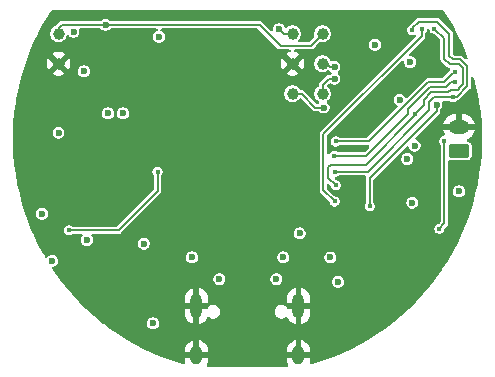
<source format=gbr>
%TF.GenerationSoftware,KiCad,Pcbnew,9.0.6*%
%TF.CreationDate,2026-01-06T14:18:23+01:00*%
%TF.ProjectId,EnviroLind,456e7669-726f-44c6-996e-642e6b696361,rev?*%
%TF.SameCoordinates,Original*%
%TF.FileFunction,Copper,L4,Bot*%
%TF.FilePolarity,Positive*%
%FSLAX46Y46*%
G04 Gerber Fmt 4.6, Leading zero omitted, Abs format (unit mm)*
G04 Created by KiCad (PCBNEW 9.0.6) date 2026-01-06 14:18:23*
%MOMM*%
%LPD*%
G01*
G04 APERTURE LIST*
G04 Aperture macros list*
%AMRoundRect*
0 Rectangle with rounded corners*
0 $1 Rounding radius*
0 $2 $3 $4 $5 $6 $7 $8 $9 X,Y pos of 4 corners*
0 Add a 4 corners polygon primitive as box body*
4,1,4,$2,$3,$4,$5,$6,$7,$8,$9,$2,$3,0*
0 Add four circle primitives for the rounded corners*
1,1,$1+$1,$2,$3*
1,1,$1+$1,$4,$5*
1,1,$1+$1,$6,$7*
1,1,$1+$1,$8,$9*
0 Add four rect primitives between the rounded corners*
20,1,$1+$1,$2,$3,$4,$5,0*
20,1,$1+$1,$4,$5,$6,$7,0*
20,1,$1+$1,$6,$7,$8,$9,0*
20,1,$1+$1,$8,$9,$2,$3,0*%
G04 Aperture macros list end*
%TA.AperFunction,HeatsinkPad*%
%ADD10O,1.000000X2.100000*%
%TD*%
%TA.AperFunction,HeatsinkPad*%
%ADD11O,1.000000X1.600000*%
%TD*%
%TA.AperFunction,SMDPad,CuDef*%
%ADD12C,1.000000*%
%TD*%
%TA.AperFunction,ComponentPad*%
%ADD13RoundRect,0.250000X0.625000X-0.350000X0.625000X0.350000X-0.625000X0.350000X-0.625000X-0.350000X0*%
%TD*%
%TA.AperFunction,ComponentPad*%
%ADD14O,1.750000X1.200000*%
%TD*%
%TA.AperFunction,ViaPad*%
%ADD15C,0.600000*%
%TD*%
%TA.AperFunction,ViaPad*%
%ADD16C,0.450000*%
%TD*%
%TA.AperFunction,Conductor*%
%ADD17C,0.203200*%
%TD*%
%TA.AperFunction,Conductor*%
%ADD18C,0.254000*%
%TD*%
G04 APERTURE END LIST*
D10*
%TO.P,J1,S1,SHIELD*%
%TO.N,GND*%
X97276000Y-115754000D03*
D11*
X97276000Y-119934000D03*
D10*
X105916000Y-115754000D03*
D11*
X105916000Y-119934000D03*
%TD*%
D12*
%TO.P,TP1,1,1*%
%TO.N,nRESET*%
X107950000Y-92710000D03*
%TD*%
%TO.P,TP2,1,1*%
%TO.N,+3.3V*%
X105410000Y-92710000D03*
%TD*%
%TO.P,TP6,1,1*%
%TO.N,BOOT*%
X105410000Y-97790000D03*
%TD*%
%TO.P,TP4,1,1*%
%TO.N,GND*%
X105410000Y-95250000D03*
%TD*%
%TO.P,TP5,1,1*%
%TO.N,RX*%
X107950000Y-97790000D03*
%TD*%
%TO.P,TP7,1,1*%
%TO.N,GND*%
X85598000Y-95250000D03*
%TD*%
D13*
%TO.P,J3,1,Pin_1*%
%TO.N,VBAT*%
X119507000Y-102616000D03*
D14*
%TO.P,J3,2,Pin_2*%
%TO.N,GND*%
X119507000Y-100616000D03*
%TD*%
D12*
%TO.P,TP3,1,1*%
%TO.N,TX*%
X107950000Y-95250000D03*
%TD*%
%TO.P,TP8,1,1*%
%TO.N,nRESET*%
X85598000Y-92710000D03*
%TD*%
D15*
%TO.N,GND*%
X86614000Y-91059000D03*
X117535393Y-96134000D03*
X89154000Y-91059000D03*
X88773000Y-114427000D03*
X100965000Y-91059000D03*
X94488000Y-119634000D03*
X103505000Y-91059000D03*
X100330000Y-120396000D03*
X106045000Y-91059000D03*
X89611200Y-93472000D03*
X101600000Y-116967000D03*
X108712000Y-119634000D03*
X85344000Y-91059000D03*
X90271600Y-100711000D03*
X97155000Y-91059000D03*
X84150200Y-109347000D03*
X102235000Y-91059000D03*
X94361000Y-100584000D03*
X98425000Y-91059000D03*
X107315000Y-91059000D03*
X89357200Y-112750600D03*
X120269000Y-106807000D03*
X108585000Y-91059000D03*
X94742000Y-112795500D03*
X113944400Y-96774000D03*
X113919000Y-91059000D03*
X113538000Y-99187000D03*
X116459000Y-91059000D03*
X104140000Y-120396000D03*
X118110000Y-111760000D03*
X119380000Y-109347000D03*
X120904000Y-103378000D03*
X94615000Y-91059000D03*
X117729000Y-91059000D03*
X99695000Y-91059000D03*
X119888000Y-108077000D03*
X116713000Y-105664000D03*
X120604728Y-97721013D03*
X99060000Y-120396000D03*
X104775000Y-91059000D03*
X91338400Y-104470200D03*
X114681000Y-114681000D03*
X89408000Y-102844600D03*
X89712800Y-105359200D03*
X121031000Y-101727000D03*
X87884000Y-91059000D03*
X102870000Y-120396000D03*
X115189000Y-91059000D03*
X112649000Y-91059000D03*
X101600000Y-120396000D03*
X120777000Y-98933000D03*
X119532400Y-94208600D03*
X89154000Y-100711000D03*
X88188800Y-104470200D03*
X118745000Y-110617000D03*
X95885000Y-91059000D03*
%TO.N,+5V*%
X104622600Y-111633000D03*
X93599000Y-117221000D03*
X108610400Y-111633000D03*
X96901000Y-111633000D03*
X115544600Y-107010200D03*
%TO.N,+3.3V*%
X87757000Y-95885000D03*
X86868000Y-92549600D03*
X92828641Y-110486757D03*
X94107000Y-92964000D03*
X114477800Y-98298000D03*
X85064600Y-111937800D03*
X104267000Y-92329000D03*
X84201000Y-107950000D03*
X85598000Y-101092000D03*
X89789000Y-99441000D03*
X91059000Y-99441000D03*
X112395000Y-93646700D03*
%TO.N,+1V2*%
X115121400Y-103318600D03*
X115366800Y-95106200D03*
%TO.N,nRESET*%
X89585800Y-91948000D03*
D16*
%TO.N,BUTTON*%
X93980000Y-104394000D03*
X86487000Y-109347000D03*
%TO.N,CS_1*%
X109067200Y-101829000D03*
X119210200Y-95961200D03*
D15*
%TO.N,BOOT*%
X108051600Y-98958400D03*
D16*
%TO.N,CIPO*%
X119024400Y-98094800D03*
X109016800Y-104394000D03*
X115544600Y-92379800D03*
D15*
%TO.N,Net-(F1-Pad2)*%
X99212400Y-113487200D03*
X104038400Y-113487200D03*
D16*
%TO.N,COPI*%
X109067600Y-105537000D03*
X115787044Y-99480244D03*
X117424200Y-92278200D03*
%TO.N,SCK*%
X108966000Y-106908600D03*
X111937800Y-107289600D03*
X116357400Y-92278200D03*
D15*
X117602000Y-98704400D03*
%TO.N,TX*%
X108966000Y-95504000D03*
%TO.N,RX*%
X108966000Y-96520000D03*
D16*
%TO.N,CS_0*%
X108940600Y-103047800D03*
X119205431Y-96761186D03*
D15*
%TO.N,VCC*%
X106019600Y-109601000D03*
X88011000Y-110185200D03*
X115748400Y-102184200D03*
%TO.N,VBAT*%
X109270800Y-113715800D03*
X119507000Y-106045000D03*
D16*
%TO.N,STAT*%
X117845000Y-109209000D03*
X118279060Y-101772273D03*
%TD*%
D17*
%TO.N,+3.3V*%
X104267000Y-92329000D02*
X104648000Y-92710000D01*
X104648000Y-92710000D02*
X105410000Y-92710000D01*
%TO.N,nRESET*%
X104394000Y-93726000D02*
X106934000Y-93726000D01*
X102616000Y-91948000D02*
X104394000Y-93726000D01*
X85598000Y-92202000D02*
X85598000Y-92710000D01*
X89585800Y-91948000D02*
X85852000Y-91948000D01*
X85852000Y-91948000D02*
X85598000Y-92202000D01*
X106934000Y-93726000D02*
X107950000Y-92710000D01*
X89585800Y-91948000D02*
X102616000Y-91948000D01*
%TO.N,BUTTON*%
X86487000Y-109347000D02*
X90678000Y-109347000D01*
X90678000Y-109347000D02*
X93980000Y-106045000D01*
X93980000Y-104394000D02*
X94107000Y-104394000D01*
X93980000Y-106045000D02*
X93980000Y-104394000D01*
%TO.N,CS_1*%
X109067200Y-101829000D02*
X109067600Y-101828600D01*
X116916200Y-96774000D02*
X118205187Y-96774000D01*
X118205187Y-96774000D02*
X118979680Y-95999507D01*
X116799574Y-96877800D02*
X116812400Y-96877800D01*
X116812400Y-96877800D02*
X116916200Y-96774000D01*
X109067600Y-101828600D02*
X111848775Y-101828600D01*
X119171893Y-95999507D02*
X119210200Y-95961200D01*
X111848775Y-101828600D02*
X116799574Y-96877800D01*
X118979680Y-95999507D02*
X119171893Y-95999507D01*
%TO.N,BOOT*%
X108051600Y-98958400D02*
X107340400Y-98958400D01*
X107340400Y-98958400D02*
X106172000Y-97790000D01*
X106172000Y-97790000D02*
X105410000Y-97790000D01*
%TO.N,CIPO*%
X120216000Y-95476400D02*
X119608600Y-94869000D01*
X117673806Y-91675600D02*
X116107794Y-91675600D01*
X119024400Y-98094800D02*
X118427727Y-98094800D01*
X118694200Y-94564200D02*
X118694200Y-92695994D01*
X120216000Y-96086000D02*
X120216000Y-95476400D01*
X116974000Y-98468800D02*
X116974000Y-99180000D01*
X115544600Y-92238794D02*
X115544600Y-92379800D01*
X119608600Y-94869000D02*
X118999000Y-94869000D01*
X118420727Y-98101800D02*
X117352394Y-98101800D01*
X119086800Y-98032400D02*
X119356634Y-98032400D01*
X120218200Y-96088200D02*
X120216000Y-96086000D01*
X116974000Y-99180000D02*
X111760000Y-104394000D01*
X118427727Y-98094800D02*
X118420727Y-98101800D01*
X116107794Y-91675600D02*
X115544600Y-92238794D01*
X119356634Y-98032400D02*
X120218200Y-97170833D01*
X118999000Y-94869000D02*
X118694200Y-94564200D01*
X118694200Y-92695994D02*
X117673806Y-91675600D01*
X120218200Y-97170833D02*
X120218200Y-96088200D01*
D18*
X119024400Y-98094800D02*
X118962000Y-98032400D01*
D17*
X111760000Y-104394000D02*
X109016800Y-104394000D01*
X117333994Y-98120200D02*
X117322600Y-98120200D01*
X117322600Y-98120200D02*
X116974000Y-98468800D01*
X119024400Y-98094800D02*
X119086800Y-98032400D01*
X117352394Y-98101800D02*
X117333994Y-98120200D01*
%TO.N,COPI*%
X119768402Y-97049006D02*
X119768402Y-97045998D01*
X108414200Y-104006000D02*
X108414200Y-104883600D01*
X118719600Y-95300800D02*
X118237000Y-94818200D01*
X118832594Y-97434400D02*
X119380000Y-97434400D01*
X119811800Y-97002600D02*
X119811800Y-95643826D01*
X115787044Y-99604956D02*
X111600600Y-103791400D01*
X119380000Y-97434400D02*
X119557800Y-97256600D01*
X111600600Y-103791400D02*
X108628800Y-103791400D01*
X119557800Y-97256600D02*
X119560808Y-97256600D01*
X115787044Y-99480244D02*
X116509800Y-98757488D01*
X115787044Y-99480244D02*
X115787044Y-99604956D01*
X119768402Y-97045998D02*
X119811800Y-97002600D01*
X116509800Y-98323400D02*
X117170200Y-97663000D01*
X119811800Y-95643826D02*
X119468774Y-95300800D01*
X118603994Y-97663000D02*
X118832594Y-97434400D01*
X116509800Y-98757488D02*
X116509800Y-98323400D01*
X108628800Y-103791400D02*
X108414200Y-104006000D01*
X118237000Y-93091000D02*
X117424200Y-92278200D01*
X118237000Y-94818200D02*
X118237000Y-93091000D01*
X108414200Y-104883600D02*
X109067600Y-105537000D01*
X119468774Y-95300800D02*
X118719600Y-95300800D01*
X117170200Y-97663000D02*
X118603994Y-97663000D01*
X119560808Y-97256600D02*
X119768402Y-97049006D01*
%TO.N,SCK*%
X117602000Y-98704400D02*
X117602000Y-99288600D01*
X111937800Y-104952800D02*
X111937800Y-107289600D01*
X116357400Y-92278200D02*
X116357400Y-92887800D01*
X108010000Y-105952600D02*
X108966000Y-106908600D01*
X108010000Y-101235200D02*
X108010000Y-105952600D01*
X116357400Y-92887800D02*
X108010000Y-101235200D01*
X117602000Y-99288600D02*
X111937800Y-104952800D01*
%TO.N,TX*%
X108559600Y-95504000D02*
X108305600Y-95250000D01*
X108966000Y-95504000D02*
X108559600Y-95504000D01*
X108305600Y-95250000D02*
X107950000Y-95250000D01*
%TO.N,RX*%
X107950000Y-97028000D02*
X107950000Y-97790000D01*
X108966000Y-96520000D02*
X108458000Y-96520000D01*
X108458000Y-96520000D02*
X107950000Y-97028000D01*
%TO.N,CS_0*%
X118821200Y-96799400D02*
X118389400Y-97231200D01*
X119167217Y-96799400D02*
X118821200Y-96799400D01*
X115184444Y-99064556D02*
X115184444Y-99470956D01*
X111607600Y-103047800D02*
X108940600Y-103047800D01*
X118389400Y-97231200D02*
X117017800Y-97231200D01*
X115184444Y-99470956D02*
X111607600Y-103047800D01*
X117017800Y-97231200D02*
X115184444Y-99064556D01*
X119205431Y-96761186D02*
X119167217Y-96799400D01*
%TO.N,STAT*%
X117845000Y-109209000D02*
X118279060Y-108774940D01*
X118279060Y-108774940D02*
X118279060Y-101772273D01*
%TD*%
%TA.AperFunction,Conductor*%
%TO.N,GND*%
G36*
X118192354Y-90715585D02*
G01*
X118229535Y-90752713D01*
X118522065Y-91206483D01*
X118524915Y-91211123D01*
X118962100Y-91959512D01*
X118964743Y-91964274D01*
X119368636Y-92731117D01*
X119371067Y-92735989D01*
X119454758Y-92913366D01*
X119740908Y-93519841D01*
X119743109Y-93524783D01*
X120078171Y-94324102D01*
X120080165Y-94329170D01*
X120223129Y-94717185D01*
X120227836Y-94786896D01*
X120194107Y-94848085D01*
X120132651Y-94881325D01*
X120062980Y-94876063D01*
X120019095Y-94847736D01*
X119796061Y-94624702D01*
X119796059Y-94624700D01*
X119726441Y-94584506D01*
X119648793Y-94563700D01*
X119648790Y-94563700D01*
X119176821Y-94563700D01*
X119147380Y-94555055D01*
X119117394Y-94548532D01*
X119112378Y-94544777D01*
X119109782Y-94544015D01*
X119089140Y-94527381D01*
X119035819Y-94474060D01*
X119002334Y-94412737D01*
X118999500Y-94386379D01*
X118999500Y-92655803D01*
X118999500Y-92655801D01*
X118978694Y-92578153D01*
X118959029Y-92544093D01*
X118959028Y-92544091D01*
X118959028Y-92544090D01*
X118938502Y-92508538D01*
X118938498Y-92508533D01*
X117861267Y-91431302D01*
X117861265Y-91431300D01*
X117791647Y-91391106D01*
X117713999Y-91370300D01*
X116067601Y-91370300D01*
X116009365Y-91385904D01*
X115989952Y-91391106D01*
X115920335Y-91431298D01*
X115372197Y-91979436D01*
X115346518Y-91999141D01*
X115281372Y-92036754D01*
X115201554Y-92116572D01*
X115145115Y-92214326D01*
X115117566Y-92317144D01*
X115115900Y-92323361D01*
X115115900Y-92436239D01*
X115121702Y-92457891D01*
X115145115Y-92545273D01*
X115164099Y-92578153D01*
X115201555Y-92643028D01*
X115281372Y-92722845D01*
X115379128Y-92779285D01*
X115488161Y-92808500D01*
X115488163Y-92808500D01*
X115601036Y-92808500D01*
X115601039Y-92808500D01*
X115705776Y-92780436D01*
X115775623Y-92782099D01*
X115833486Y-92821261D01*
X115860990Y-92885490D01*
X115849404Y-92954392D01*
X115825548Y-92987892D01*
X107765702Y-101047738D01*
X107765700Y-101047741D01*
X107725506Y-101117359D01*
X107704700Y-101195007D01*
X107704700Y-105992793D01*
X107725506Y-106070441D01*
X107765700Y-106140059D01*
X107765702Y-106140061D01*
X108500981Y-106875340D01*
X108534466Y-106936663D01*
X108537300Y-106963021D01*
X108537300Y-106965039D01*
X108543257Y-106987270D01*
X108566515Y-107074073D01*
X108567924Y-107076513D01*
X108622955Y-107171828D01*
X108702772Y-107251645D01*
X108800528Y-107308085D01*
X108909561Y-107337300D01*
X108909563Y-107337300D01*
X109022437Y-107337300D01*
X109022439Y-107337300D01*
X109131472Y-107308085D01*
X109229228Y-107251645D01*
X109309045Y-107171828D01*
X109365485Y-107074072D01*
X109394700Y-106965039D01*
X109394700Y-106852161D01*
X109365485Y-106743128D01*
X109309045Y-106645372D01*
X109229228Y-106565555D01*
X109180350Y-106537335D01*
X109131473Y-106509115D01*
X109076955Y-106494507D01*
X109022439Y-106479900D01*
X109022438Y-106479900D01*
X109020421Y-106479900D01*
X109018782Y-106479418D01*
X109014379Y-106478839D01*
X109014469Y-106478152D01*
X108953382Y-106460215D01*
X108932740Y-106443581D01*
X108351619Y-105862460D01*
X108318134Y-105801137D01*
X108315300Y-105774779D01*
X108315300Y-105515821D01*
X108321538Y-105494575D01*
X108323118Y-105472487D01*
X108331190Y-105461703D01*
X108334985Y-105448782D01*
X108351718Y-105434282D01*
X108364990Y-105416554D01*
X108377610Y-105411846D01*
X108387789Y-105403027D01*
X108409706Y-105399875D01*
X108430454Y-105392137D01*
X108443614Y-105394999D01*
X108456947Y-105393083D01*
X108477090Y-105402282D01*
X108498727Y-105406989D01*
X108516452Y-105420257D01*
X108520503Y-105422108D01*
X108526981Y-105428140D01*
X108602581Y-105503740D01*
X108636066Y-105565063D01*
X108638900Y-105591421D01*
X108638900Y-105593438D01*
X108668115Y-105702473D01*
X108687313Y-105735724D01*
X108724555Y-105800228D01*
X108804372Y-105880045D01*
X108902128Y-105936485D01*
X109011161Y-105965700D01*
X109011163Y-105965700D01*
X109124037Y-105965700D01*
X109124039Y-105965700D01*
X109233072Y-105936485D01*
X109330828Y-105880045D01*
X109410645Y-105800228D01*
X109467085Y-105702472D01*
X109496300Y-105593439D01*
X109496300Y-105480561D01*
X109467085Y-105371528D01*
X109410645Y-105273772D01*
X109330828Y-105193955D01*
X109281950Y-105165735D01*
X109233073Y-105137515D01*
X109178555Y-105122907D01*
X109124039Y-105108300D01*
X109124038Y-105108300D01*
X109122021Y-105108300D01*
X109120382Y-105107818D01*
X109115979Y-105107239D01*
X109116069Y-105106552D01*
X109092580Y-105099655D01*
X109062594Y-105093132D01*
X109057578Y-105089377D01*
X109054982Y-105088615D01*
X109034340Y-105071981D01*
X108996384Y-105034025D01*
X108962899Y-104972702D01*
X108967883Y-104903010D01*
X109009755Y-104847077D01*
X109067883Y-104823404D01*
X109073228Y-104822700D01*
X109073239Y-104822700D01*
X109182272Y-104793485D01*
X109280028Y-104737045D01*
X109281454Y-104735619D01*
X109282950Y-104734802D01*
X109286474Y-104732098D01*
X109286895Y-104732647D01*
X109342777Y-104702134D01*
X109369135Y-104699300D01*
X111528056Y-104699300D01*
X111595095Y-104718985D01*
X111640850Y-104771789D01*
X111650794Y-104840947D01*
X111647833Y-104855384D01*
X111632500Y-104912607D01*
X111632500Y-104912609D01*
X111632500Y-106937265D01*
X111612815Y-107004304D01*
X111596181Y-107024946D01*
X111594757Y-107026369D01*
X111594755Y-107026372D01*
X111538315Y-107124126D01*
X111509100Y-107233161D01*
X111509100Y-107346038D01*
X111538315Y-107455073D01*
X111552460Y-107479572D01*
X111594755Y-107552828D01*
X111674572Y-107632645D01*
X111772328Y-107689085D01*
X111881361Y-107718300D01*
X111881363Y-107718300D01*
X111994237Y-107718300D01*
X111994239Y-107718300D01*
X112103272Y-107689085D01*
X112201028Y-107632645D01*
X112280845Y-107552828D01*
X112337285Y-107455072D01*
X112366500Y-107346039D01*
X112366500Y-107233161D01*
X112337285Y-107124128D01*
X112309792Y-107076510D01*
X115040899Y-107076510D01*
X115075227Y-107204622D01*
X115075228Y-107204623D01*
X115141537Y-107319475D01*
X115141539Y-107319478D01*
X115141540Y-107319479D01*
X115235321Y-107413260D01*
X115350179Y-107479573D01*
X115478287Y-107513900D01*
X115478290Y-107513900D01*
X115610910Y-107513900D01*
X115610913Y-107513900D01*
X115739021Y-107479573D01*
X115853879Y-107413260D01*
X115947660Y-107319479D01*
X116013973Y-107204621D01*
X116048300Y-107076513D01*
X116048300Y-106943887D01*
X116013973Y-106815779D01*
X115947660Y-106700921D01*
X115853879Y-106607140D01*
X115853878Y-106607139D01*
X115853875Y-106607137D01*
X115739023Y-106540828D01*
X115739022Y-106540827D01*
X115706994Y-106532245D01*
X115610913Y-106506500D01*
X115478287Y-106506500D01*
X115401422Y-106527096D01*
X115350177Y-106540827D01*
X115350176Y-106540828D01*
X115235324Y-106607137D01*
X115235319Y-106607141D01*
X115141541Y-106700919D01*
X115141537Y-106700924D01*
X115075228Y-106815776D01*
X115075227Y-106815777D01*
X115065478Y-106852161D01*
X115040900Y-106943887D01*
X115040900Y-106943889D01*
X115040900Y-107076510D01*
X115040899Y-107076510D01*
X112309792Y-107076510D01*
X112280845Y-107026372D01*
X112279419Y-107024946D01*
X112278602Y-107023449D01*
X112275898Y-107019926D01*
X112276447Y-107019504D01*
X112266582Y-107001437D01*
X112254306Y-106987270D01*
X112252513Y-106979032D01*
X112248123Y-106972200D01*
X112247231Y-106965999D01*
X112245934Y-106963623D01*
X112243100Y-106937265D01*
X112243100Y-105130620D01*
X112262785Y-105063581D01*
X112279414Y-105042944D01*
X113937447Y-103384910D01*
X114617699Y-103384910D01*
X114652027Y-103513022D01*
X114652028Y-103513023D01*
X114718337Y-103627875D01*
X114718339Y-103627878D01*
X114718340Y-103627879D01*
X114812121Y-103721660D01*
X114812122Y-103721661D01*
X114812124Y-103721662D01*
X114850973Y-103744091D01*
X114926979Y-103787973D01*
X115055087Y-103822300D01*
X115055090Y-103822300D01*
X115187710Y-103822300D01*
X115187713Y-103822300D01*
X115315821Y-103787973D01*
X115430679Y-103721660D01*
X115524460Y-103627879D01*
X115590773Y-103513021D01*
X115625100Y-103384913D01*
X115625100Y-103252287D01*
X115590773Y-103124179D01*
X115524460Y-103009321D01*
X115430679Y-102915540D01*
X115430678Y-102915539D01*
X115430675Y-102915537D01*
X115315823Y-102849228D01*
X115315822Y-102849227D01*
X115283794Y-102840645D01*
X115187713Y-102814900D01*
X115055087Y-102814900D01*
X114978222Y-102835496D01*
X114926977Y-102849227D01*
X114926976Y-102849228D01*
X114812124Y-102915537D01*
X114812119Y-102915541D01*
X114718341Y-103009319D01*
X114718337Y-103009324D01*
X114652028Y-103124176D01*
X114652027Y-103124177D01*
X114643372Y-103156478D01*
X114617700Y-103252287D01*
X114617700Y-103252289D01*
X114617700Y-103384910D01*
X114617699Y-103384910D01*
X113937447Y-103384910D01*
X115056305Y-102266052D01*
X115117626Y-102232569D01*
X115187318Y-102237553D01*
X115243251Y-102279425D01*
X115263758Y-102321640D01*
X115279025Y-102378616D01*
X115279028Y-102378623D01*
X115345337Y-102493475D01*
X115345339Y-102493478D01*
X115345340Y-102493479D01*
X115439121Y-102587260D01*
X115553979Y-102653573D01*
X115682087Y-102687900D01*
X115682090Y-102687900D01*
X115814710Y-102687900D01*
X115814713Y-102687900D01*
X115942821Y-102653573D01*
X116057679Y-102587260D01*
X116151460Y-102493479D01*
X116217773Y-102378621D01*
X116252100Y-102250513D01*
X116252100Y-102117887D01*
X116217773Y-101989779D01*
X116151460Y-101874921D01*
X116057679Y-101781140D01*
X116057678Y-101781139D01*
X116057675Y-101781137D01*
X115942823Y-101714828D01*
X115942816Y-101714825D01*
X115885840Y-101699558D01*
X115826180Y-101663193D01*
X115795652Y-101600345D01*
X115803947Y-101530970D01*
X115830251Y-101492106D01*
X117846300Y-99476059D01*
X117874178Y-99427773D01*
X117886494Y-99406441D01*
X117907300Y-99328793D01*
X117907300Y-99162801D01*
X117926985Y-99095762D01*
X117943619Y-99075120D01*
X117967195Y-99051544D01*
X118005060Y-99013679D01*
X118071373Y-98898821D01*
X118105700Y-98770713D01*
X118105700Y-98638087D01*
X118085632Y-98563193D01*
X118087295Y-98493343D01*
X118126458Y-98435481D01*
X118190686Y-98407977D01*
X118205407Y-98407100D01*
X118460918Y-98407100D01*
X118460920Y-98407100D01*
X118469164Y-98404890D01*
X118471277Y-98404325D01*
X118503369Y-98400100D01*
X118672065Y-98400100D01*
X118739104Y-98419785D01*
X118759746Y-98436419D01*
X118761172Y-98437845D01*
X118858928Y-98494285D01*
X118967961Y-98523500D01*
X118967963Y-98523500D01*
X119080837Y-98523500D01*
X119080839Y-98523500D01*
X119189872Y-98494285D01*
X119287628Y-98437845D01*
X119360968Y-98364504D01*
X119374852Y-98356488D01*
X119384108Y-98346307D01*
X119416546Y-98332415D01*
X119453670Y-98322468D01*
X119474476Y-98316894D01*
X119544093Y-98276700D01*
X120462501Y-97358292D01*
X120502694Y-97288674D01*
X120514825Y-97243400D01*
X120523500Y-97211026D01*
X120523500Y-96454258D01*
X120543185Y-96387219D01*
X120595989Y-96341464D01*
X120665147Y-96331520D01*
X120728703Y-96360545D01*
X120766477Y-96419323D01*
X120767166Y-96421761D01*
X120873917Y-96814854D01*
X120875228Y-96820139D01*
X120970436Y-97243402D01*
X121047216Y-97584745D01*
X121065427Y-97665703D01*
X121066503Y-97671033D01*
X121075402Y-97720687D01*
X121219394Y-98524142D01*
X121220237Y-98529522D01*
X121335523Y-99388522D01*
X121336129Y-99393934D01*
X121413590Y-100257185D01*
X121413957Y-100262618D01*
X121453440Y-101128401D01*
X121453569Y-101133845D01*
X121455001Y-102000565D01*
X121454890Y-102006010D01*
X121418267Y-102871917D01*
X121417918Y-102877351D01*
X121343310Y-103740852D01*
X121342722Y-103746266D01*
X121230274Y-104605640D01*
X121229449Y-104611023D01*
X121079375Y-105464646D01*
X121078314Y-105469988D01*
X120890915Y-106316150D01*
X120889622Y-106321439D01*
X120665238Y-107158615D01*
X120663713Y-107163843D01*
X120402789Y-107990356D01*
X120401035Y-107995512D01*
X120104091Y-108809721D01*
X120102114Y-108814795D01*
X119769685Y-109615238D01*
X119767486Y-109620220D01*
X119400251Y-110405257D01*
X119397836Y-110410138D01*
X118996478Y-111178311D01*
X118993851Y-111183081D01*
X118559153Y-111932891D01*
X118556319Y-111937541D01*
X118089114Y-112667550D01*
X118086078Y-112672071D01*
X117587281Y-113380848D01*
X117584057Y-113385222D01*
X117411195Y-113609266D01*
X117054623Y-114071412D01*
X117051203Y-114075649D01*
X116492126Y-114737964D01*
X116488522Y-114742047D01*
X115900937Y-115379141D01*
X115897158Y-115383062D01*
X115282157Y-115993752D01*
X115278210Y-115997503D01*
X114636986Y-116580604D01*
X114632877Y-116584179D01*
X113966666Y-117138566D01*
X113962405Y-117141956D01*
X113272518Y-117666543D01*
X113268112Y-117669744D01*
X112555810Y-118163567D01*
X112551267Y-118166570D01*
X111818027Y-118628606D01*
X111813357Y-118631408D01*
X111060494Y-119060830D01*
X111055706Y-119063423D01*
X110284737Y-119459362D01*
X110279840Y-119461743D01*
X109887109Y-119642105D01*
X109492206Y-119823463D01*
X109487222Y-119825621D01*
X108684488Y-120152400D01*
X108679400Y-120154342D01*
X107863097Y-120445559D01*
X107857929Y-120447276D01*
X107029612Y-120702377D01*
X107024376Y-120703865D01*
X107018292Y-120705450D01*
X106948455Y-120703302D01*
X106890866Y-120663739D01*
X106863809Y-120599321D01*
X106872471Y-120537999D01*
X106877571Y-120525685D01*
X106877572Y-120525681D01*
X106915999Y-120332495D01*
X106916000Y-120332492D01*
X106916000Y-120184000D01*
X106216000Y-120184000D01*
X106216000Y-119684000D01*
X106916000Y-119684000D01*
X106916000Y-119535508D01*
X106915999Y-119535504D01*
X106877572Y-119342318D01*
X106877569Y-119342306D01*
X106802192Y-119160328D01*
X106802185Y-119160315D01*
X106692751Y-118996537D01*
X106692748Y-118996533D01*
X106553466Y-118857251D01*
X106553462Y-118857248D01*
X106389684Y-118747814D01*
X106389671Y-118747807D01*
X106207691Y-118672429D01*
X106207683Y-118672427D01*
X106166000Y-118664135D01*
X106166000Y-119467011D01*
X106156060Y-119449795D01*
X106100205Y-119393940D01*
X106031796Y-119354444D01*
X105955496Y-119334000D01*
X105876504Y-119334000D01*
X105800204Y-119354444D01*
X105731795Y-119393940D01*
X105675940Y-119449795D01*
X105666000Y-119467011D01*
X105666000Y-118664136D01*
X105665999Y-118664135D01*
X105624316Y-118672427D01*
X105624308Y-118672429D01*
X105442328Y-118747807D01*
X105442315Y-118747814D01*
X105278537Y-118857248D01*
X105278533Y-118857251D01*
X105139251Y-118996533D01*
X105139248Y-118996537D01*
X105029814Y-119160315D01*
X105029807Y-119160328D01*
X104954430Y-119342306D01*
X104954427Y-119342318D01*
X104916000Y-119535504D01*
X104916000Y-119684000D01*
X105616000Y-119684000D01*
X105616000Y-120184000D01*
X104916000Y-120184000D01*
X104916000Y-120332495D01*
X104954427Y-120525681D01*
X104954430Y-120525693D01*
X105029807Y-120707671D01*
X105029815Y-120707685D01*
X105035830Y-120716688D01*
X105056706Y-120783366D01*
X105038219Y-120850746D01*
X104986239Y-120897435D01*
X104932731Y-120909576D01*
X98259113Y-120909821D01*
X98192072Y-120890139D01*
X98146316Y-120837337D01*
X98136369Y-120768178D01*
X98156011Y-120716922D01*
X98162189Y-120707677D01*
X98162192Y-120707671D01*
X98237569Y-120525693D01*
X98237572Y-120525681D01*
X98275999Y-120332495D01*
X98276000Y-120332492D01*
X98276000Y-120184000D01*
X97576000Y-120184000D01*
X97576000Y-119684000D01*
X98276000Y-119684000D01*
X98276000Y-119535508D01*
X98275999Y-119535504D01*
X98237572Y-119342318D01*
X98237569Y-119342306D01*
X98162192Y-119160328D01*
X98162185Y-119160315D01*
X98052751Y-118996537D01*
X98052748Y-118996533D01*
X97913466Y-118857251D01*
X97913462Y-118857248D01*
X97749684Y-118747814D01*
X97749671Y-118747807D01*
X97567691Y-118672429D01*
X97567683Y-118672427D01*
X97526000Y-118664135D01*
X97526000Y-119467011D01*
X97516060Y-119449795D01*
X97460205Y-119393940D01*
X97391796Y-119354444D01*
X97315496Y-119334000D01*
X97236504Y-119334000D01*
X97160204Y-119354444D01*
X97091795Y-119393940D01*
X97035940Y-119449795D01*
X97026000Y-119467011D01*
X97026000Y-118664136D01*
X97025999Y-118664135D01*
X96984316Y-118672427D01*
X96984308Y-118672429D01*
X96802328Y-118747807D01*
X96802315Y-118747814D01*
X96638537Y-118857248D01*
X96638533Y-118857251D01*
X96499251Y-118996533D01*
X96499248Y-118996537D01*
X96389814Y-119160315D01*
X96389807Y-119160328D01*
X96314430Y-119342306D01*
X96314427Y-119342318D01*
X96276000Y-119535504D01*
X96276000Y-119684000D01*
X96976000Y-119684000D01*
X96976000Y-120184000D01*
X96276000Y-120184000D01*
X96276000Y-120332495D01*
X96314427Y-120525681D01*
X96314430Y-120525693D01*
X96318482Y-120535475D01*
X96325949Y-120604945D01*
X96294673Y-120667423D01*
X96234583Y-120703074D01*
X96167431Y-120701435D01*
X95343388Y-120447715D01*
X95338220Y-120445998D01*
X94854579Y-120273496D01*
X94521880Y-120154830D01*
X94516798Y-120152892D01*
X94515589Y-120152400D01*
X93713980Y-119826141D01*
X93708982Y-119823977D01*
X93312892Y-119642105D01*
X92921338Y-119462316D01*
X92916440Y-119459936D01*
X92145391Y-119064017D01*
X92140602Y-119061423D01*
X91387708Y-118632046D01*
X91383038Y-118629245D01*
X90649725Y-118167227D01*
X90645182Y-118164224D01*
X89932838Y-117670435D01*
X89928432Y-117667235D01*
X89428732Y-117287310D01*
X93095299Y-117287310D01*
X93129627Y-117415422D01*
X93129628Y-117415423D01*
X93195937Y-117530275D01*
X93195939Y-117530278D01*
X93195940Y-117530279D01*
X93289721Y-117624060D01*
X93404579Y-117690373D01*
X93532687Y-117724700D01*
X93532690Y-117724700D01*
X93665310Y-117724700D01*
X93665313Y-117724700D01*
X93793421Y-117690373D01*
X93908279Y-117624060D01*
X94002060Y-117530279D01*
X94068373Y-117415421D01*
X94102700Y-117287313D01*
X94102700Y-117154687D01*
X94068373Y-117026579D01*
X94002060Y-116911721D01*
X93908279Y-116817940D01*
X93908278Y-116817939D01*
X93908275Y-116817937D01*
X93793423Y-116751628D01*
X93793422Y-116751627D01*
X93761394Y-116743045D01*
X93665313Y-116717300D01*
X93532687Y-116717300D01*
X93455822Y-116737896D01*
X93404577Y-116751627D01*
X93404576Y-116751628D01*
X93289724Y-116817937D01*
X93289719Y-116817941D01*
X93195941Y-116911719D01*
X93195937Y-116911724D01*
X93129628Y-117026576D01*
X93129627Y-117026577D01*
X93115112Y-117080748D01*
X93095300Y-117154687D01*
X93095300Y-117154689D01*
X93095300Y-117287310D01*
X93095299Y-117287310D01*
X89428732Y-117287310D01*
X89373437Y-117245269D01*
X89238471Y-117142654D01*
X89234209Y-117139263D01*
X88567958Y-116584905D01*
X88563849Y-116581331D01*
X87973314Y-116044383D01*
X87959547Y-116031865D01*
X87922562Y-115998237D01*
X87918620Y-115994491D01*
X87914314Y-115990216D01*
X87303553Y-115383799D01*
X87299774Y-115379878D01*
X87118628Y-115183490D01*
X87046695Y-115105504D01*
X96276000Y-115105504D01*
X96276000Y-115504000D01*
X96976000Y-115504000D01*
X96976000Y-116004000D01*
X96276000Y-116004000D01*
X96276000Y-116402495D01*
X96314427Y-116595681D01*
X96314430Y-116595693D01*
X96389807Y-116777671D01*
X96389814Y-116777684D01*
X96499248Y-116941462D01*
X96499251Y-116941466D01*
X96638533Y-117080748D01*
X96638537Y-117080751D01*
X96802315Y-117190185D01*
X96802328Y-117190192D01*
X96984308Y-117265569D01*
X97026000Y-117273862D01*
X97026000Y-116470988D01*
X97035940Y-116488205D01*
X97091795Y-116544060D01*
X97160204Y-116583556D01*
X97236504Y-116604000D01*
X97315496Y-116604000D01*
X97391796Y-116583556D01*
X97460205Y-116544060D01*
X97516060Y-116488205D01*
X97526000Y-116470988D01*
X97526000Y-117273862D01*
X97567690Y-117265569D01*
X97567692Y-117265569D01*
X97749671Y-117190192D01*
X97749684Y-117190185D01*
X97913462Y-117080751D01*
X97913466Y-117080748D01*
X98052748Y-116941466D01*
X98052751Y-116941462D01*
X98162185Y-116777684D01*
X98162186Y-116777682D01*
X98166129Y-116768163D01*
X98209968Y-116713757D01*
X98276261Y-116691689D01*
X98343961Y-116708965D01*
X98349400Y-116712647D01*
X98352634Y-116714514D01*
X98352635Y-116714515D01*
X98483865Y-116790281D01*
X98630234Y-116829500D01*
X98630236Y-116829500D01*
X98781764Y-116829500D01*
X98781766Y-116829500D01*
X98928135Y-116790281D01*
X99059365Y-116714515D01*
X99166515Y-116607365D01*
X99242281Y-116476135D01*
X99281500Y-116329766D01*
X99281500Y-116178234D01*
X103910500Y-116178234D01*
X103910500Y-116329765D01*
X103949719Y-116476136D01*
X103987602Y-116541750D01*
X104025485Y-116607365D01*
X104132635Y-116714515D01*
X104263865Y-116790281D01*
X104410234Y-116829500D01*
X104410236Y-116829500D01*
X104561764Y-116829500D01*
X104561766Y-116829500D01*
X104708135Y-116790281D01*
X104839365Y-116714515D01*
X104839366Y-116714513D01*
X104846403Y-116710451D01*
X104847676Y-116712656D01*
X104900956Y-116692043D01*
X104969405Y-116706063D01*
X105019407Y-116754864D01*
X105025867Y-116768157D01*
X105029809Y-116777674D01*
X105029814Y-116777684D01*
X105139248Y-116941462D01*
X105139251Y-116941466D01*
X105278533Y-117080748D01*
X105278537Y-117080751D01*
X105442315Y-117190185D01*
X105442328Y-117190192D01*
X105624308Y-117265569D01*
X105666000Y-117273862D01*
X105666000Y-116470988D01*
X105675940Y-116488205D01*
X105731795Y-116544060D01*
X105800204Y-116583556D01*
X105876504Y-116604000D01*
X105955496Y-116604000D01*
X106031796Y-116583556D01*
X106100205Y-116544060D01*
X106156060Y-116488205D01*
X106166000Y-116470988D01*
X106166000Y-117273862D01*
X106207690Y-117265569D01*
X106207692Y-117265569D01*
X106389671Y-117190192D01*
X106389684Y-117190185D01*
X106553462Y-117080751D01*
X106553466Y-117080748D01*
X106692748Y-116941466D01*
X106692751Y-116941462D01*
X106802185Y-116777684D01*
X106802192Y-116777671D01*
X106877569Y-116595693D01*
X106877572Y-116595681D01*
X106915999Y-116402495D01*
X106916000Y-116402492D01*
X106916000Y-116004000D01*
X106216000Y-116004000D01*
X106216000Y-115504000D01*
X106916000Y-115504000D01*
X106916000Y-115105508D01*
X106915999Y-115105504D01*
X106877572Y-114912318D01*
X106877569Y-114912306D01*
X106802192Y-114730328D01*
X106802185Y-114730315D01*
X106692751Y-114566537D01*
X106692748Y-114566533D01*
X106553466Y-114427251D01*
X106553462Y-114427248D01*
X106389684Y-114317814D01*
X106389671Y-114317807D01*
X106207691Y-114242429D01*
X106207683Y-114242427D01*
X106166000Y-114234135D01*
X106166000Y-115037011D01*
X106156060Y-115019795D01*
X106100205Y-114963940D01*
X106031796Y-114924444D01*
X105955496Y-114904000D01*
X105876504Y-114904000D01*
X105800204Y-114924444D01*
X105731795Y-114963940D01*
X105675940Y-115019795D01*
X105666000Y-115037011D01*
X105666000Y-114234136D01*
X105665999Y-114234135D01*
X105624316Y-114242427D01*
X105624308Y-114242429D01*
X105442328Y-114317807D01*
X105442315Y-114317814D01*
X105278537Y-114427248D01*
X105278533Y-114427251D01*
X105139251Y-114566533D01*
X105139248Y-114566537D01*
X105029814Y-114730315D01*
X105029807Y-114730328D01*
X104954430Y-114912306D01*
X104954427Y-114912318D01*
X104916000Y-115105504D01*
X104916000Y-115504000D01*
X105616000Y-115504000D01*
X105616000Y-116004000D01*
X105077784Y-116004000D01*
X105010745Y-115984315D01*
X104970397Y-115942000D01*
X104946515Y-115900635D01*
X104839365Y-115793485D01*
X104773750Y-115755602D01*
X104708136Y-115717719D01*
X104634950Y-115698109D01*
X104561766Y-115678500D01*
X104410234Y-115678500D01*
X104263863Y-115717719D01*
X104132635Y-115793485D01*
X104132632Y-115793487D01*
X104025487Y-115900632D01*
X104025485Y-115900635D01*
X103949719Y-116031863D01*
X103910500Y-116178234D01*
X99281500Y-116178234D01*
X99242281Y-116031865D01*
X99166515Y-115900635D01*
X99059365Y-115793485D01*
X98993750Y-115755602D01*
X98928136Y-115717719D01*
X98854950Y-115698109D01*
X98781766Y-115678500D01*
X98630234Y-115678500D01*
X98483863Y-115717719D01*
X98352635Y-115793485D01*
X98352632Y-115793487D01*
X98245487Y-115900632D01*
X98245483Y-115900638D01*
X98221603Y-115942000D01*
X98171036Y-115990216D01*
X98114216Y-116004000D01*
X97576000Y-116004000D01*
X97576000Y-115504000D01*
X98276000Y-115504000D01*
X98276000Y-115105508D01*
X98275999Y-115105504D01*
X98237572Y-114912318D01*
X98237569Y-114912306D01*
X98162192Y-114730328D01*
X98162185Y-114730315D01*
X98052751Y-114566537D01*
X98052748Y-114566533D01*
X97913466Y-114427251D01*
X97913462Y-114427248D01*
X97749684Y-114317814D01*
X97749671Y-114317807D01*
X97567691Y-114242429D01*
X97567683Y-114242427D01*
X97526000Y-114234135D01*
X97526000Y-115037011D01*
X97516060Y-115019795D01*
X97460205Y-114963940D01*
X97391796Y-114924444D01*
X97315496Y-114904000D01*
X97236504Y-114904000D01*
X97160204Y-114924444D01*
X97091795Y-114963940D01*
X97035940Y-115019795D01*
X97026000Y-115037011D01*
X97026000Y-114234136D01*
X97025999Y-114234135D01*
X96984316Y-114242427D01*
X96984308Y-114242429D01*
X96802328Y-114317807D01*
X96802315Y-114317814D01*
X96638537Y-114427248D01*
X96638533Y-114427251D01*
X96499251Y-114566533D01*
X96499248Y-114566537D01*
X96389814Y-114730315D01*
X96389807Y-114730328D01*
X96314430Y-114912306D01*
X96314427Y-114912318D01*
X96276000Y-115105504D01*
X87046695Y-115105504D01*
X86712123Y-114742780D01*
X86708519Y-114738696D01*
X86149407Y-114076405D01*
X86145987Y-114072168D01*
X86109652Y-114025079D01*
X85745774Y-113553510D01*
X98708699Y-113553510D01*
X98743027Y-113681622D01*
X98743028Y-113681623D01*
X98809337Y-113796475D01*
X98809339Y-113796478D01*
X98809340Y-113796479D01*
X98903121Y-113890260D01*
X98903122Y-113890261D01*
X98903124Y-113890262D01*
X98937696Y-113910222D01*
X99017979Y-113956573D01*
X99146087Y-113990900D01*
X99146090Y-113990900D01*
X99278710Y-113990900D01*
X99278713Y-113990900D01*
X99406821Y-113956573D01*
X99521679Y-113890260D01*
X99615460Y-113796479D01*
X99681773Y-113681621D01*
X99716100Y-113553513D01*
X99716100Y-113553510D01*
X103534699Y-113553510D01*
X103569027Y-113681622D01*
X103569028Y-113681623D01*
X103635337Y-113796475D01*
X103635339Y-113796478D01*
X103635340Y-113796479D01*
X103729121Y-113890260D01*
X103729122Y-113890261D01*
X103729124Y-113890262D01*
X103763696Y-113910222D01*
X103843979Y-113956573D01*
X103972087Y-113990900D01*
X103972090Y-113990900D01*
X104104710Y-113990900D01*
X104104713Y-113990900D01*
X104232821Y-113956573D01*
X104347679Y-113890260D01*
X104441460Y-113796479D01*
X104449756Y-113782110D01*
X108767099Y-113782110D01*
X108801427Y-113910222D01*
X108801428Y-113910223D01*
X108867737Y-114025075D01*
X108867739Y-114025078D01*
X108867740Y-114025079D01*
X108961521Y-114118860D01*
X109076379Y-114185173D01*
X109204487Y-114219500D01*
X109204490Y-114219500D01*
X109337110Y-114219500D01*
X109337113Y-114219500D01*
X109465221Y-114185173D01*
X109580079Y-114118860D01*
X109673860Y-114025079D01*
X109740173Y-113910221D01*
X109774500Y-113782113D01*
X109774500Y-113649487D01*
X109740173Y-113521379D01*
X109707016Y-113463950D01*
X109673862Y-113406524D01*
X109673858Y-113406519D01*
X109580080Y-113312741D01*
X109580075Y-113312737D01*
X109465223Y-113246428D01*
X109465222Y-113246427D01*
X109433194Y-113237845D01*
X109337113Y-113212100D01*
X109204487Y-113212100D01*
X109127622Y-113232696D01*
X109076377Y-113246427D01*
X109076376Y-113246428D01*
X108961524Y-113312737D01*
X108961519Y-113312741D01*
X108867741Y-113406519D01*
X108867737Y-113406524D01*
X108801428Y-113521376D01*
X108801427Y-113521377D01*
X108784263Y-113585433D01*
X108767100Y-113649487D01*
X108767100Y-113649489D01*
X108767100Y-113782110D01*
X108767099Y-113782110D01*
X104449756Y-113782110D01*
X104507773Y-113681621D01*
X104542100Y-113553513D01*
X104542100Y-113420887D01*
X104507773Y-113292779D01*
X104441460Y-113177921D01*
X104347679Y-113084140D01*
X104347678Y-113084139D01*
X104347675Y-113084137D01*
X104232823Y-113017828D01*
X104232822Y-113017827D01*
X104200794Y-113009245D01*
X104104713Y-112983500D01*
X103972087Y-112983500D01*
X103895222Y-113004096D01*
X103843977Y-113017827D01*
X103843976Y-113017828D01*
X103729124Y-113084137D01*
X103729119Y-113084141D01*
X103635341Y-113177919D01*
X103635337Y-113177924D01*
X103569028Y-113292776D01*
X103569027Y-113292777D01*
X103563679Y-113312737D01*
X103534700Y-113420887D01*
X103534700Y-113420889D01*
X103534700Y-113553510D01*
X103534699Y-113553510D01*
X99716100Y-113553510D01*
X99716100Y-113420887D01*
X99681773Y-113292779D01*
X99615460Y-113177921D01*
X99521679Y-113084140D01*
X99521678Y-113084139D01*
X99521675Y-113084137D01*
X99406823Y-113017828D01*
X99406822Y-113017827D01*
X99374794Y-113009245D01*
X99278713Y-112983500D01*
X99146087Y-112983500D01*
X99069222Y-113004096D01*
X99017977Y-113017827D01*
X99017976Y-113017828D01*
X98903124Y-113084137D01*
X98903119Y-113084141D01*
X98809341Y-113177919D01*
X98809337Y-113177924D01*
X98743028Y-113292776D01*
X98743027Y-113292777D01*
X98737679Y-113312737D01*
X98708700Y-113420887D01*
X98708700Y-113420889D01*
X98708700Y-113553510D01*
X98708699Y-113553510D01*
X85745774Y-113553510D01*
X85616478Y-113385948D01*
X85613278Y-113381607D01*
X85564809Y-113312741D01*
X85114408Y-112672795D01*
X85111376Y-112668279D01*
X85110909Y-112667550D01*
X85081703Y-112621920D01*
X85062143Y-112554846D01*
X85081951Y-112487843D01*
X85134839Y-112442185D01*
X85154034Y-112435304D01*
X85259021Y-112407173D01*
X85373879Y-112340860D01*
X85467660Y-112247079D01*
X85533973Y-112132221D01*
X85568300Y-112004113D01*
X85568300Y-111871487D01*
X85533973Y-111743379D01*
X85508530Y-111699310D01*
X96397299Y-111699310D01*
X96431627Y-111827422D01*
X96431628Y-111827423D01*
X96497937Y-111942275D01*
X96497939Y-111942278D01*
X96497940Y-111942279D01*
X96591721Y-112036060D01*
X96706579Y-112102373D01*
X96834687Y-112136700D01*
X96834690Y-112136700D01*
X96967310Y-112136700D01*
X96967313Y-112136700D01*
X97095421Y-112102373D01*
X97210279Y-112036060D01*
X97304060Y-111942279D01*
X97370373Y-111827421D01*
X97404700Y-111699313D01*
X97404700Y-111699310D01*
X104118899Y-111699310D01*
X104153227Y-111827422D01*
X104153228Y-111827423D01*
X104219537Y-111942275D01*
X104219539Y-111942278D01*
X104219540Y-111942279D01*
X104313321Y-112036060D01*
X104428179Y-112102373D01*
X104556287Y-112136700D01*
X104556290Y-112136700D01*
X104688910Y-112136700D01*
X104688913Y-112136700D01*
X104817021Y-112102373D01*
X104931879Y-112036060D01*
X105025660Y-111942279D01*
X105091973Y-111827421D01*
X105126300Y-111699313D01*
X105126300Y-111699310D01*
X108106699Y-111699310D01*
X108141027Y-111827422D01*
X108141028Y-111827423D01*
X108207337Y-111942275D01*
X108207339Y-111942278D01*
X108207340Y-111942279D01*
X108301121Y-112036060D01*
X108415979Y-112102373D01*
X108544087Y-112136700D01*
X108544090Y-112136700D01*
X108676710Y-112136700D01*
X108676713Y-112136700D01*
X108804821Y-112102373D01*
X108919679Y-112036060D01*
X109013460Y-111942279D01*
X109079773Y-111827421D01*
X109114100Y-111699313D01*
X109114100Y-111566687D01*
X109079773Y-111438579D01*
X109013460Y-111323721D01*
X108919679Y-111229940D01*
X108919678Y-111229939D01*
X108919675Y-111229937D01*
X108804823Y-111163628D01*
X108804822Y-111163627D01*
X108772794Y-111155045D01*
X108676713Y-111129300D01*
X108544087Y-111129300D01*
X108467222Y-111149896D01*
X108415977Y-111163627D01*
X108415976Y-111163628D01*
X108301124Y-111229937D01*
X108301119Y-111229941D01*
X108207341Y-111323719D01*
X108207337Y-111323724D01*
X108141028Y-111438576D01*
X108141027Y-111438577D01*
X108133029Y-111468427D01*
X108106700Y-111566687D01*
X108106700Y-111566689D01*
X108106700Y-111699310D01*
X108106699Y-111699310D01*
X105126300Y-111699310D01*
X105126300Y-111566687D01*
X105091973Y-111438579D01*
X105025660Y-111323721D01*
X104931879Y-111229940D01*
X104931878Y-111229939D01*
X104931875Y-111229937D01*
X104817023Y-111163628D01*
X104817022Y-111163627D01*
X104784994Y-111155045D01*
X104688913Y-111129300D01*
X104556287Y-111129300D01*
X104479422Y-111149896D01*
X104428177Y-111163627D01*
X104428176Y-111163628D01*
X104313324Y-111229937D01*
X104313319Y-111229941D01*
X104219541Y-111323719D01*
X104219537Y-111323724D01*
X104153228Y-111438576D01*
X104153227Y-111438577D01*
X104145229Y-111468427D01*
X104118900Y-111566687D01*
X104118900Y-111566689D01*
X104118900Y-111699310D01*
X104118899Y-111699310D01*
X97404700Y-111699310D01*
X97404700Y-111566687D01*
X97370373Y-111438579D01*
X97304060Y-111323721D01*
X97210279Y-111229940D01*
X97210278Y-111229939D01*
X97210275Y-111229937D01*
X97095423Y-111163628D01*
X97095422Y-111163627D01*
X97063394Y-111155045D01*
X96967313Y-111129300D01*
X96834687Y-111129300D01*
X96757822Y-111149896D01*
X96706577Y-111163627D01*
X96706576Y-111163628D01*
X96591724Y-111229937D01*
X96591719Y-111229941D01*
X96497941Y-111323719D01*
X96497937Y-111323724D01*
X96431628Y-111438576D01*
X96431627Y-111438577D01*
X96423629Y-111468427D01*
X96397300Y-111566687D01*
X96397300Y-111566689D01*
X96397300Y-111699310D01*
X96397299Y-111699310D01*
X85508530Y-111699310D01*
X85491108Y-111669135D01*
X85467662Y-111628524D01*
X85467658Y-111628519D01*
X85373880Y-111534741D01*
X85373875Y-111534737D01*
X85259023Y-111468428D01*
X85259022Y-111468427D01*
X85226994Y-111459845D01*
X85130913Y-111434100D01*
X84998287Y-111434100D01*
X84921422Y-111454696D01*
X84870177Y-111468427D01*
X84870176Y-111468428D01*
X84755324Y-111534737D01*
X84755319Y-111534741D01*
X84655793Y-111634268D01*
X84654747Y-111633222D01*
X84605559Y-111669135D01*
X84535813Y-111673285D01*
X84474895Y-111639070D01*
X84456345Y-111614640D01*
X84428542Y-111566687D01*
X84206540Y-111183794D01*
X84203943Y-111179081D01*
X83802502Y-110410825D01*
X83800111Y-110405993D01*
X83432819Y-109620914D01*
X83430621Y-109615934D01*
X83387648Y-109512472D01*
X83295477Y-109290561D01*
X86058300Y-109290561D01*
X86058300Y-109403439D01*
X86067796Y-109438878D01*
X86087515Y-109512473D01*
X86100341Y-109534687D01*
X86143955Y-109610228D01*
X86223772Y-109690045D01*
X86321528Y-109746485D01*
X86430561Y-109775700D01*
X86430563Y-109775700D01*
X86543437Y-109775700D01*
X86543439Y-109775700D01*
X86652472Y-109746485D01*
X86750228Y-109690045D01*
X86751654Y-109688619D01*
X86753150Y-109687802D01*
X86756674Y-109685098D01*
X86757095Y-109685647D01*
X86812977Y-109655134D01*
X86839335Y-109652300D01*
X87532199Y-109652300D01*
X87599238Y-109671985D01*
X87644993Y-109724789D01*
X87654937Y-109793947D01*
X87625912Y-109857503D01*
X87619880Y-109863981D01*
X87607941Y-109875919D01*
X87607937Y-109875924D01*
X87541628Y-109990776D01*
X87541627Y-109990777D01*
X87537764Y-110005195D01*
X87507300Y-110118887D01*
X87507300Y-110118889D01*
X87507300Y-110251510D01*
X87507299Y-110251510D01*
X87541627Y-110379622D01*
X87541628Y-110379623D01*
X87607937Y-110494475D01*
X87607939Y-110494478D01*
X87607940Y-110494479D01*
X87701721Y-110588260D01*
X87816579Y-110654573D01*
X87944687Y-110688900D01*
X87944690Y-110688900D01*
X88077310Y-110688900D01*
X88077313Y-110688900D01*
X88205421Y-110654573D01*
X88320279Y-110588260D01*
X88355472Y-110553067D01*
X92324940Y-110553067D01*
X92359268Y-110681179D01*
X92359269Y-110681180D01*
X92425578Y-110796032D01*
X92425580Y-110796035D01*
X92425581Y-110796036D01*
X92519362Y-110889817D01*
X92634220Y-110956130D01*
X92762328Y-110990457D01*
X92762331Y-110990457D01*
X92894951Y-110990457D01*
X92894954Y-110990457D01*
X93023062Y-110956130D01*
X93137920Y-110889817D01*
X93231701Y-110796036D01*
X93298014Y-110681178D01*
X93332341Y-110553070D01*
X93332341Y-110420444D01*
X93298014Y-110292336D01*
X93231701Y-110177478D01*
X93137920Y-110083697D01*
X93137919Y-110083696D01*
X93137916Y-110083694D01*
X93023064Y-110017385D01*
X93023063Y-110017384D01*
X92991035Y-110008802D01*
X92894954Y-109983057D01*
X92762328Y-109983057D01*
X92685463Y-110003653D01*
X92634218Y-110017384D01*
X92634217Y-110017385D01*
X92519365Y-110083694D01*
X92519360Y-110083698D01*
X92425582Y-110177476D01*
X92425578Y-110177481D01*
X92359269Y-110292333D01*
X92359268Y-110292334D01*
X92342104Y-110356390D01*
X92324941Y-110420444D01*
X92324941Y-110420446D01*
X92324941Y-110553067D01*
X92324940Y-110553067D01*
X88355472Y-110553067D01*
X88414060Y-110494479D01*
X88480373Y-110379621D01*
X88514700Y-110251513D01*
X88514700Y-110118887D01*
X88480373Y-109990779D01*
X88414060Y-109875921D01*
X88402120Y-109863981D01*
X88368635Y-109802658D01*
X88373619Y-109732966D01*
X88415491Y-109677033D01*
X88441559Y-109667310D01*
X105515899Y-109667310D01*
X105550227Y-109795422D01*
X105550228Y-109795423D01*
X105616537Y-109910275D01*
X105616539Y-109910278D01*
X105616540Y-109910279D01*
X105710321Y-110004060D01*
X105710322Y-110004061D01*
X105710324Y-110004062D01*
X105767750Y-110037216D01*
X105825179Y-110070373D01*
X105953287Y-110104700D01*
X105953290Y-110104700D01*
X106085910Y-110104700D01*
X106085913Y-110104700D01*
X106214021Y-110070373D01*
X106328879Y-110004060D01*
X106422660Y-109910279D01*
X106488973Y-109795421D01*
X106523300Y-109667313D01*
X106523300Y-109534687D01*
X106488973Y-109406579D01*
X106422660Y-109291721D01*
X106328879Y-109197940D01*
X106328878Y-109197939D01*
X106328875Y-109197937D01*
X106250280Y-109152561D01*
X117416300Y-109152561D01*
X117416300Y-109265438D01*
X117445515Y-109374473D01*
X117462239Y-109403439D01*
X117501955Y-109472228D01*
X117581772Y-109552045D01*
X117679528Y-109608485D01*
X117788561Y-109637700D01*
X117788563Y-109637700D01*
X117901437Y-109637700D01*
X117901439Y-109637700D01*
X118010472Y-109608485D01*
X118108228Y-109552045D01*
X118188045Y-109472228D01*
X118244485Y-109374472D01*
X118273700Y-109265439D01*
X118273700Y-109263421D01*
X118274181Y-109261782D01*
X118274761Y-109257379D01*
X118275447Y-109257469D01*
X118293385Y-109196382D01*
X118310019Y-109175740D01*
X118388459Y-109097300D01*
X118523361Y-108962399D01*
X118563554Y-108892781D01*
X118565833Y-108884273D01*
X118570743Y-108865954D01*
X118576497Y-108844474D01*
X118584360Y-108815133D01*
X118584360Y-106111310D01*
X119003299Y-106111310D01*
X119037627Y-106239422D01*
X119037628Y-106239423D01*
X119103937Y-106354275D01*
X119103939Y-106354278D01*
X119103940Y-106354279D01*
X119197721Y-106448060D01*
X119312579Y-106514373D01*
X119440687Y-106548700D01*
X119440690Y-106548700D01*
X119573310Y-106548700D01*
X119573313Y-106548700D01*
X119701421Y-106514373D01*
X119816279Y-106448060D01*
X119910060Y-106354279D01*
X119976373Y-106239421D01*
X120010700Y-106111313D01*
X120010700Y-105978687D01*
X119976373Y-105850579D01*
X119914652Y-105743674D01*
X119910062Y-105735724D01*
X119910058Y-105735719D01*
X119816280Y-105641941D01*
X119816275Y-105641937D01*
X119701423Y-105575628D01*
X119701422Y-105575627D01*
X119661996Y-105565063D01*
X119573313Y-105541300D01*
X119440687Y-105541300D01*
X119363822Y-105561896D01*
X119312577Y-105575627D01*
X119312576Y-105575628D01*
X119197724Y-105641937D01*
X119197719Y-105641941D01*
X119103941Y-105735719D01*
X119103937Y-105735724D01*
X119037628Y-105850576D01*
X119037627Y-105850577D01*
X119029731Y-105880045D01*
X119003300Y-105978687D01*
X119003300Y-105978689D01*
X119003300Y-106111310D01*
X119003299Y-106111310D01*
X118584360Y-106111310D01*
X118584360Y-103517287D01*
X118604045Y-103450248D01*
X118656849Y-103404493D01*
X118726007Y-103394549D01*
X118749316Y-103400246D01*
X118796699Y-103416826D01*
X118796698Y-103416826D01*
X118801296Y-103417257D01*
X118827347Y-103419700D01*
X120186652Y-103419699D01*
X120217301Y-103416826D01*
X120346395Y-103371654D01*
X120456438Y-103290438D01*
X120537654Y-103180395D01*
X120564302Y-103104239D01*
X120582826Y-103051303D01*
X120582826Y-103051301D01*
X120585700Y-103020653D01*
X120585699Y-102211348D01*
X120582826Y-102180699D01*
X120579797Y-102172044D01*
X120551869Y-102092230D01*
X120537654Y-102051605D01*
X120492022Y-101989776D01*
X120456438Y-101941561D01*
X120366143Y-101874921D01*
X120346395Y-101860346D01*
X120346393Y-101860345D01*
X120274233Y-101835095D01*
X120217457Y-101794374D01*
X120191710Y-101729421D01*
X120205166Y-101660859D01*
X120253554Y-101610456D01*
X120258893Y-101607569D01*
X120358524Y-101556804D01*
X120498602Y-101455032D01*
X120621032Y-101332602D01*
X120722804Y-101192524D01*
X120801408Y-101038255D01*
X120854914Y-100873584D01*
X120856115Y-100866000D01*
X119787330Y-100866000D01*
X119807075Y-100846255D01*
X119856444Y-100760745D01*
X119882000Y-100665370D01*
X119882000Y-100566630D01*
X119856444Y-100471255D01*
X119807075Y-100385745D01*
X119787330Y-100366000D01*
X120856115Y-100366000D01*
X120856115Y-100365999D01*
X120854914Y-100358415D01*
X120801408Y-100193744D01*
X120722804Y-100039475D01*
X120621032Y-99899397D01*
X120498602Y-99776967D01*
X120358524Y-99675195D01*
X120204257Y-99596591D01*
X120039584Y-99543085D01*
X119868571Y-99516000D01*
X119757000Y-99516000D01*
X119757000Y-100335670D01*
X119737255Y-100315925D01*
X119651745Y-100266556D01*
X119556370Y-100241000D01*
X119457630Y-100241000D01*
X119362255Y-100266556D01*
X119276745Y-100315925D01*
X119257000Y-100335670D01*
X119257000Y-99516000D01*
X119145429Y-99516000D01*
X118974415Y-99543085D01*
X118809742Y-99596591D01*
X118655475Y-99675195D01*
X118515397Y-99776967D01*
X118392967Y-99899397D01*
X118291195Y-100039475D01*
X118212591Y-100193744D01*
X118159085Y-100358415D01*
X118157884Y-100365999D01*
X118157885Y-100366000D01*
X119226670Y-100366000D01*
X119206925Y-100385745D01*
X119157556Y-100471255D01*
X119132000Y-100566630D01*
X119132000Y-100665370D01*
X119157556Y-100760745D01*
X119206925Y-100846255D01*
X119226670Y-100866000D01*
X118157885Y-100866000D01*
X118159085Y-100873584D01*
X118212591Y-101038255D01*
X118281157Y-101172823D01*
X118294053Y-101241492D01*
X118267777Y-101306233D01*
X118210670Y-101346490D01*
X118202763Y-101348893D01*
X118113588Y-101372788D01*
X118113586Y-101372788D01*
X118113586Y-101372789D01*
X118015832Y-101429228D01*
X118015829Y-101429230D01*
X117936017Y-101509042D01*
X117936015Y-101509045D01*
X117879575Y-101606799D01*
X117855882Y-101695224D01*
X117850360Y-101715834D01*
X117850360Y-101828712D01*
X117855559Y-101848114D01*
X117879575Y-101937746D01*
X117907795Y-101986623D01*
X117936015Y-102035501D01*
X117936017Y-102035503D01*
X117937441Y-102036927D01*
X117938257Y-102038423D01*
X117940962Y-102041947D01*
X117940412Y-102042368D01*
X117970926Y-102098250D01*
X117973760Y-102124608D01*
X117973760Y-108597117D01*
X117965116Y-108626553D01*
X117958593Y-108656543D01*
X117954837Y-108661560D01*
X117954075Y-108664156D01*
X117937442Y-108684798D01*
X117878260Y-108743981D01*
X117816937Y-108777466D01*
X117790578Y-108780300D01*
X117788561Y-108780300D01*
X117679526Y-108809515D01*
X117581772Y-108865955D01*
X117581769Y-108865957D01*
X117501957Y-108945769D01*
X117501955Y-108945772D01*
X117445515Y-109043526D01*
X117416300Y-109152561D01*
X106250280Y-109152561D01*
X106214023Y-109131628D01*
X106214022Y-109131627D01*
X106181994Y-109123045D01*
X106085913Y-109097300D01*
X105953287Y-109097300D01*
X105876422Y-109117896D01*
X105825177Y-109131627D01*
X105825176Y-109131628D01*
X105710324Y-109197937D01*
X105710319Y-109197941D01*
X105616541Y-109291719D01*
X105616537Y-109291724D01*
X105550228Y-109406576D01*
X105550227Y-109406577D01*
X105541572Y-109438878D01*
X105515900Y-109534687D01*
X105515900Y-109534689D01*
X105515900Y-109667310D01*
X105515899Y-109667310D01*
X88441559Y-109667310D01*
X88480955Y-109652616D01*
X88489801Y-109652300D01*
X90718190Y-109652300D01*
X90718193Y-109652300D01*
X90795841Y-109631494D01*
X90865459Y-109591300D01*
X94224300Y-106232459D01*
X94264494Y-106162842D01*
X94268890Y-106146432D01*
X94285300Y-106085193D01*
X94285300Y-104746335D01*
X94304985Y-104679296D01*
X94321619Y-104658654D01*
X94323045Y-104657228D01*
X94379485Y-104559472D01*
X94408700Y-104450439D01*
X94408700Y-104447628D01*
X94412300Y-104434193D01*
X94412300Y-104353807D01*
X94408700Y-104340371D01*
X94408700Y-104337561D01*
X94379485Y-104228528D01*
X94323045Y-104130772D01*
X94243228Y-104050955D01*
X94194350Y-104022735D01*
X94145473Y-103994515D01*
X94067277Y-103973563D01*
X94036439Y-103965300D01*
X93923561Y-103965300D01*
X93814526Y-103994515D01*
X93716772Y-104050955D01*
X93716769Y-104050957D01*
X93636957Y-104130769D01*
X93636955Y-104130772D01*
X93580515Y-104228526D01*
X93552695Y-104332356D01*
X93551300Y-104337561D01*
X93551300Y-104450439D01*
X93565907Y-104504955D01*
X93580515Y-104559473D01*
X93607170Y-104605640D01*
X93636955Y-104657228D01*
X93636957Y-104657230D01*
X93638381Y-104658654D01*
X93639197Y-104660150D01*
X93641902Y-104663674D01*
X93641352Y-104664095D01*
X93671866Y-104719977D01*
X93674700Y-104746335D01*
X93674700Y-105867179D01*
X93655015Y-105934218D01*
X93638381Y-105954860D01*
X90587860Y-109005381D01*
X90526537Y-109038866D01*
X90500179Y-109041700D01*
X86839335Y-109041700D01*
X86772296Y-109022015D01*
X86751654Y-109005381D01*
X86750230Y-109003957D01*
X86750228Y-109003955D01*
X86678250Y-108962398D01*
X86652473Y-108947515D01*
X86597955Y-108932907D01*
X86543439Y-108918300D01*
X86430561Y-108918300D01*
X86321526Y-108947515D01*
X86223772Y-109003955D01*
X86223769Y-109003957D01*
X86143957Y-109083769D01*
X86143955Y-109083772D01*
X86087515Y-109181526D01*
X86065031Y-109265439D01*
X86058300Y-109290561D01*
X83295477Y-109290561D01*
X83098147Y-108815469D01*
X83096188Y-108810443D01*
X82806534Y-108016310D01*
X83697299Y-108016310D01*
X83731627Y-108144422D01*
X83731628Y-108144423D01*
X83797937Y-108259275D01*
X83797939Y-108259278D01*
X83797940Y-108259279D01*
X83891721Y-108353060D01*
X84006579Y-108419373D01*
X84134687Y-108453700D01*
X84134690Y-108453700D01*
X84267310Y-108453700D01*
X84267313Y-108453700D01*
X84395421Y-108419373D01*
X84510279Y-108353060D01*
X84604060Y-108259279D01*
X84670373Y-108144421D01*
X84704700Y-108016313D01*
X84704700Y-107883687D01*
X84670373Y-107755579D01*
X84604060Y-107640721D01*
X84510279Y-107546940D01*
X84510278Y-107546939D01*
X84510275Y-107546937D01*
X84395423Y-107480628D01*
X84395422Y-107480627D01*
X84363394Y-107472045D01*
X84267313Y-107446300D01*
X84134687Y-107446300D01*
X84057822Y-107466896D01*
X84006577Y-107480627D01*
X84006576Y-107480628D01*
X83891724Y-107546937D01*
X83891719Y-107546941D01*
X83797941Y-107640719D01*
X83797937Y-107640724D01*
X83731628Y-107755576D01*
X83731627Y-107755577D01*
X83714463Y-107819633D01*
X83697300Y-107883687D01*
X83697300Y-107883689D01*
X83697300Y-108016310D01*
X83697299Y-108016310D01*
X82806534Y-108016310D01*
X82799168Y-107996116D01*
X82797438Y-107991028D01*
X82536466Y-107164462D01*
X82534946Y-107159250D01*
X82534776Y-107158615D01*
X82310531Y-106322068D01*
X82309248Y-106316826D01*
X82121796Y-105470544D01*
X82120737Y-105465207D01*
X82108055Y-105393083D01*
X81970631Y-104611550D01*
X81969814Y-104606217D01*
X81857332Y-103746769D01*
X81856749Y-103741401D01*
X81782114Y-102877861D01*
X81781765Y-102872435D01*
X81779330Y-102814900D01*
X81745118Y-102006454D01*
X81745008Y-102001028D01*
X81745019Y-101994472D01*
X81746380Y-101158310D01*
X85094299Y-101158310D01*
X85128627Y-101286422D01*
X85128628Y-101286423D01*
X85194937Y-101401275D01*
X85194939Y-101401278D01*
X85194940Y-101401279D01*
X85288721Y-101495060D01*
X85288722Y-101495061D01*
X85288724Y-101495062D01*
X85312944Y-101509045D01*
X85403579Y-101561373D01*
X85531687Y-101595700D01*
X85531690Y-101595700D01*
X85664310Y-101595700D01*
X85664313Y-101595700D01*
X85792421Y-101561373D01*
X85907279Y-101495060D01*
X86001060Y-101401279D01*
X86067373Y-101286421D01*
X86101700Y-101158313D01*
X86101700Y-101025687D01*
X86067373Y-100897579D01*
X86001060Y-100782721D01*
X85907279Y-100688940D01*
X85907278Y-100688939D01*
X85907275Y-100688937D01*
X85792423Y-100622628D01*
X85792422Y-100622627D01*
X85760394Y-100614045D01*
X85664313Y-100588300D01*
X85531687Y-100588300D01*
X85454822Y-100608896D01*
X85403577Y-100622627D01*
X85403576Y-100622628D01*
X85288724Y-100688937D01*
X85288719Y-100688941D01*
X85194941Y-100782719D01*
X85194937Y-100782724D01*
X85128628Y-100897576D01*
X85128627Y-100897577D01*
X85123671Y-100916075D01*
X85094300Y-101025687D01*
X85094300Y-101025689D01*
X85094300Y-101158310D01*
X85094299Y-101158310D01*
X81746380Y-101158310D01*
X81746419Y-101134248D01*
X81746547Y-101128858D01*
X81786016Y-100262987D01*
X81786379Y-100257611D01*
X81853691Y-99507310D01*
X89285299Y-99507310D01*
X89319627Y-99635422D01*
X89319628Y-99635423D01*
X89385937Y-99750275D01*
X89385939Y-99750278D01*
X89385940Y-99750279D01*
X89479721Y-99844060D01*
X89594579Y-99910373D01*
X89722687Y-99944700D01*
X89722690Y-99944700D01*
X89855310Y-99944700D01*
X89855313Y-99944700D01*
X89983421Y-99910373D01*
X90098279Y-99844060D01*
X90192060Y-99750279D01*
X90258373Y-99635421D01*
X90292700Y-99507313D01*
X90292700Y-99507310D01*
X90555299Y-99507310D01*
X90589627Y-99635422D01*
X90589628Y-99635423D01*
X90655937Y-99750275D01*
X90655939Y-99750278D01*
X90655940Y-99750279D01*
X90749721Y-99844060D01*
X90864579Y-99910373D01*
X90992687Y-99944700D01*
X90992690Y-99944700D01*
X91125310Y-99944700D01*
X91125313Y-99944700D01*
X91253421Y-99910373D01*
X91368279Y-99844060D01*
X91462060Y-99750279D01*
X91528373Y-99635421D01*
X91562700Y-99507313D01*
X91562700Y-99374687D01*
X91528373Y-99246579D01*
X91462060Y-99131721D01*
X91368279Y-99037940D01*
X91368278Y-99037939D01*
X91368275Y-99037937D01*
X91253423Y-98971628D01*
X91253422Y-98971627D01*
X91221394Y-98963045D01*
X91125313Y-98937300D01*
X90992687Y-98937300D01*
X90934222Y-98952966D01*
X90864577Y-98971627D01*
X90864576Y-98971628D01*
X90749724Y-99037937D01*
X90749719Y-99037941D01*
X90655941Y-99131719D01*
X90655937Y-99131724D01*
X90589628Y-99246576D01*
X90589627Y-99246577D01*
X90572463Y-99310633D01*
X90555300Y-99374687D01*
X90555300Y-99374689D01*
X90555300Y-99507310D01*
X90555299Y-99507310D01*
X90292700Y-99507310D01*
X90292700Y-99374687D01*
X90258373Y-99246579D01*
X90192060Y-99131721D01*
X90098279Y-99037940D01*
X90098278Y-99037939D01*
X90098275Y-99037937D01*
X89983423Y-98971628D01*
X89983422Y-98971627D01*
X89951394Y-98963045D01*
X89855313Y-98937300D01*
X89722687Y-98937300D01*
X89664222Y-98952966D01*
X89594577Y-98971627D01*
X89594576Y-98971628D01*
X89479724Y-99037937D01*
X89479719Y-99037941D01*
X89385941Y-99131719D01*
X89385937Y-99131724D01*
X89319628Y-99246576D01*
X89319627Y-99246577D01*
X89302463Y-99310633D01*
X89285300Y-99374687D01*
X89285300Y-99374689D01*
X89285300Y-99507310D01*
X89285299Y-99507310D01*
X81853691Y-99507310D01*
X81863832Y-99394273D01*
X81864433Y-99388907D01*
X81979715Y-98529822D01*
X81980542Y-98524539D01*
X82124592Y-97720687D01*
X104706300Y-97720687D01*
X104706300Y-97859312D01*
X104733341Y-97995254D01*
X104733344Y-97995266D01*
X104786386Y-98123323D01*
X104863401Y-98238585D01*
X104961414Y-98336598D01*
X105076676Y-98413613D01*
X105204733Y-98466655D01*
X105204738Y-98466657D01*
X105334262Y-98492421D01*
X105340687Y-98493699D01*
X105340690Y-98493700D01*
X105340692Y-98493700D01*
X105479310Y-98493700D01*
X105479311Y-98493699D01*
X105615262Y-98466657D01*
X105735411Y-98416890D01*
X105743323Y-98413613D01*
X105743324Y-98413612D01*
X105743327Y-98413611D01*
X105858583Y-98336600D01*
X105956600Y-98238583D01*
X105965670Y-98225007D01*
X106019278Y-98180202D01*
X106088602Y-98171491D01*
X106151631Y-98201642D01*
X106156455Y-98206214D01*
X107152941Y-99202700D01*
X107187749Y-99222797D01*
X107222552Y-99242891D01*
X107222550Y-99242891D01*
X107222555Y-99242892D01*
X107222558Y-99242894D01*
X107236311Y-99246579D01*
X107300207Y-99263700D01*
X107593199Y-99263700D01*
X107660238Y-99283385D01*
X107680880Y-99300019D01*
X107742321Y-99361460D01*
X107857179Y-99427773D01*
X107985287Y-99462100D01*
X107985290Y-99462100D01*
X108117910Y-99462100D01*
X108117913Y-99462100D01*
X108246021Y-99427773D01*
X108360879Y-99361460D01*
X108454660Y-99267679D01*
X108520973Y-99152821D01*
X108555300Y-99024713D01*
X108555300Y-98892087D01*
X108520973Y-98763979D01*
X108484646Y-98701058D01*
X108454662Y-98649124D01*
X108454658Y-98649119D01*
X108355132Y-98549593D01*
X108356649Y-98548075D01*
X108322124Y-98500775D01*
X108317981Y-98431029D01*
X108352203Y-98370114D01*
X108369926Y-98355747D01*
X108398583Y-98336600D01*
X108496600Y-98238583D01*
X108573611Y-98123327D01*
X108626657Y-97995262D01*
X108653700Y-97859308D01*
X108653700Y-97720692D01*
X108653700Y-97720689D01*
X108653699Y-97720687D01*
X108643824Y-97671041D01*
X108626657Y-97584738D01*
X108593839Y-97505507D01*
X108573613Y-97456676D01*
X108496598Y-97341414D01*
X108398587Y-97243403D01*
X108398574Y-97243394D01*
X108385004Y-97234327D01*
X108371493Y-97218160D01*
X108354628Y-97205535D01*
X108349539Y-97191891D01*
X108340200Y-97180717D01*
X108337573Y-97159810D01*
X108330211Y-97140071D01*
X108333306Y-97125842D01*
X108331491Y-97111392D01*
X108340584Y-97092384D01*
X108345063Y-97071798D01*
X108359944Y-97051917D01*
X108361645Y-97048364D01*
X108366177Y-97043581D01*
X108484031Y-96925727D01*
X108545352Y-96892245D01*
X108615044Y-96897229D01*
X108649372Y-96919291D01*
X108650276Y-96918114D01*
X108656724Y-96923062D01*
X108714150Y-96956216D01*
X108771579Y-96989373D01*
X108899687Y-97023700D01*
X108899690Y-97023700D01*
X109032310Y-97023700D01*
X109032313Y-97023700D01*
X109160421Y-96989373D01*
X109275279Y-96923060D01*
X109369060Y-96829279D01*
X109435373Y-96714421D01*
X109469700Y-96586313D01*
X109469700Y-96453687D01*
X109435373Y-96325579D01*
X109383370Y-96235506D01*
X109369062Y-96210724D01*
X109369058Y-96210719D01*
X109275280Y-96116941D01*
X109268828Y-96111990D01*
X109270451Y-96109874D01*
X109231310Y-96068837D01*
X109218077Y-96000232D01*
X109244034Y-95935363D01*
X109269689Y-95913132D01*
X109268828Y-95912010D01*
X109275272Y-95907063D01*
X109275279Y-95907060D01*
X109369060Y-95813279D01*
X109435373Y-95698421D01*
X109469700Y-95570313D01*
X109469700Y-95437687D01*
X109435373Y-95309579D01*
X109369060Y-95194721D01*
X109275279Y-95100940D01*
X109275278Y-95100939D01*
X109275275Y-95100937D01*
X109160423Y-95034628D01*
X109160422Y-95034627D01*
X109126508Y-95025540D01*
X109032313Y-95000300D01*
X108899687Y-95000300D01*
X108822822Y-95020896D01*
X108771577Y-95034627D01*
X108764069Y-95037738D01*
X108763318Y-95035925D01*
X108705775Y-95049875D01*
X108639752Y-95027011D01*
X108597136Y-94973468D01*
X108573611Y-94916673D01*
X108496600Y-94801417D01*
X108496598Y-94801414D01*
X108398585Y-94703401D01*
X108283323Y-94626386D01*
X108155266Y-94573344D01*
X108155254Y-94573341D01*
X108019311Y-94546300D01*
X108019308Y-94546300D01*
X107880692Y-94546300D01*
X107880689Y-94546300D01*
X107744745Y-94573341D01*
X107744733Y-94573344D01*
X107616676Y-94626386D01*
X107501414Y-94703401D01*
X107403401Y-94801414D01*
X107326386Y-94916676D01*
X107273344Y-95044733D01*
X107273341Y-95044745D01*
X107246300Y-95180687D01*
X107246300Y-95319312D01*
X107273341Y-95455254D01*
X107273344Y-95455266D01*
X107326386Y-95583323D01*
X107403401Y-95698585D01*
X107501414Y-95796598D01*
X107616676Y-95873613D01*
X107714478Y-95914123D01*
X107744738Y-95926657D01*
X107868677Y-95951310D01*
X107880687Y-95953699D01*
X107880690Y-95953700D01*
X107880692Y-95953700D01*
X108019310Y-95953700D01*
X108019311Y-95953699D01*
X108155262Y-95926657D01*
X108240638Y-95891293D01*
X108283325Y-95873612D01*
X108283328Y-95873610D01*
X108372887Y-95813770D01*
X108404546Y-95803856D01*
X108435943Y-95793009D01*
X108438358Y-95793269D01*
X108439564Y-95792892D01*
X108471076Y-95796383D01*
X108472449Y-95796717D01*
X108519407Y-95809300D01*
X108524196Y-95809300D01*
X108536340Y-95812253D01*
X108561037Y-95826529D01*
X108587124Y-95838070D01*
X108594722Y-95845061D01*
X108656721Y-95907060D01*
X108656723Y-95907061D01*
X108663172Y-95912010D01*
X108661550Y-95914123D01*
X108700698Y-95955180D01*
X108713921Y-96023787D01*
X108687953Y-96088652D01*
X108675865Y-96101921D01*
X108665208Y-96112039D01*
X108656721Y-96116940D01*
X108594131Y-96179529D01*
X108592982Y-96180621D01*
X108563249Y-96195871D01*
X108533957Y-96211866D01*
X108531562Y-96212123D01*
X108530813Y-96212508D01*
X108529331Y-96212363D01*
X108507599Y-96214700D01*
X108417807Y-96214700D01*
X108363225Y-96229325D01*
X108340154Y-96235507D01*
X108340153Y-96235508D01*
X108310736Y-96252493D01*
X108310735Y-96252494D01*
X108270544Y-96275698D01*
X108270538Y-96275702D01*
X107705701Y-96840539D01*
X107705699Y-96840542D01*
X107676083Y-96891840D01*
X107676081Y-96891843D01*
X107665507Y-96910156D01*
X107665506Y-96910158D01*
X107665506Y-96910159D01*
X107644700Y-96987807D01*
X107644700Y-96987809D01*
X107644700Y-97081382D01*
X107625015Y-97148421D01*
X107589590Y-97184484D01*
X107501421Y-97243396D01*
X107501413Y-97243402D01*
X107403401Y-97341414D01*
X107326386Y-97456676D01*
X107273344Y-97584733D01*
X107273341Y-97584745D01*
X107246300Y-97720687D01*
X107246300Y-97859312D01*
X107273341Y-97995254D01*
X107273344Y-97995266D01*
X107326386Y-98123323D01*
X107403401Y-98238585D01*
X107501414Y-98336598D01*
X107616676Y-98413613D01*
X107618912Y-98414539D01*
X107619904Y-98415338D01*
X107622047Y-98416484D01*
X107621829Y-98416890D01*
X107673316Y-98458380D01*
X107695381Y-98524674D01*
X107678102Y-98592373D01*
X107626965Y-98639984D01*
X107571460Y-98653100D01*
X107518221Y-98653100D01*
X107451182Y-98633415D01*
X107430540Y-98616781D01*
X106359461Y-97545702D01*
X106359459Y-97545700D01*
X106289841Y-97505506D01*
X106289840Y-97505505D01*
X106289836Y-97505504D01*
X106281802Y-97503351D01*
X106281795Y-97503350D01*
X106272651Y-97500900D01*
X106212193Y-97484700D01*
X106111836Y-97484700D01*
X106105092Y-97483960D01*
X106078852Y-97473023D01*
X106051579Y-97465015D01*
X106045639Y-97459180D01*
X106040600Y-97457080D01*
X106034468Y-97448206D01*
X106015516Y-97429590D01*
X105956603Y-97341421D01*
X105956597Y-97341413D01*
X105858585Y-97243401D01*
X105743323Y-97166386D01*
X105615266Y-97113344D01*
X105615254Y-97113341D01*
X105479311Y-97086300D01*
X105479308Y-97086300D01*
X105340692Y-97086300D01*
X105340689Y-97086300D01*
X105204745Y-97113341D01*
X105204733Y-97113344D01*
X105076676Y-97166386D01*
X104961414Y-97243401D01*
X104863401Y-97341414D01*
X104786386Y-97456676D01*
X104733344Y-97584733D01*
X104733341Y-97584745D01*
X104706300Y-97720687D01*
X82124592Y-97720687D01*
X82133441Y-97671308D01*
X82134514Y-97665996D01*
X82161571Y-97545702D01*
X82324718Y-96820347D01*
X82326017Y-96815116D01*
X82516796Y-96112572D01*
X85088979Y-96112572D01*
X85124328Y-96136192D01*
X85306306Y-96211569D01*
X85306318Y-96211572D01*
X85499504Y-96249999D01*
X85499508Y-96250000D01*
X85696492Y-96250000D01*
X85696495Y-96249999D01*
X85889681Y-96211572D01*
X85889693Y-96211569D01*
X86071676Y-96136190D01*
X86071680Y-96136187D01*
X86107019Y-96112573D01*
X86107020Y-96112572D01*
X85945758Y-95951310D01*
X87253299Y-95951310D01*
X87287627Y-96079422D01*
X87287628Y-96079423D01*
X87353937Y-96194275D01*
X87353939Y-96194278D01*
X87353940Y-96194279D01*
X87447721Y-96288060D01*
X87562579Y-96354373D01*
X87690687Y-96388700D01*
X87690690Y-96388700D01*
X87823310Y-96388700D01*
X87823313Y-96388700D01*
X87951421Y-96354373D01*
X88066279Y-96288060D01*
X88160060Y-96194279D01*
X88207233Y-96112572D01*
X104900979Y-96112572D01*
X104936328Y-96136192D01*
X105118306Y-96211569D01*
X105118318Y-96211572D01*
X105311504Y-96249999D01*
X105311508Y-96250000D01*
X105508492Y-96250000D01*
X105508495Y-96249999D01*
X105701681Y-96211572D01*
X105701693Y-96211569D01*
X105883676Y-96136190D01*
X105883680Y-96136187D01*
X105919019Y-96112573D01*
X105919020Y-96112572D01*
X105410001Y-95603553D01*
X105410000Y-95603553D01*
X104900979Y-96112572D01*
X88207233Y-96112572D01*
X88226373Y-96079421D01*
X88260700Y-95951313D01*
X88260700Y-95818687D01*
X88226373Y-95690579D01*
X88165485Y-95585117D01*
X88160062Y-95575724D01*
X88160058Y-95575719D01*
X88066280Y-95481941D01*
X88066275Y-95481937D01*
X87951423Y-95415628D01*
X87951422Y-95415627D01*
X87919394Y-95407045D01*
X87823313Y-95381300D01*
X87690687Y-95381300D01*
X87613822Y-95401896D01*
X87562577Y-95415627D01*
X87562576Y-95415628D01*
X87447724Y-95481937D01*
X87447719Y-95481941D01*
X87353941Y-95575719D01*
X87353937Y-95575724D01*
X87287628Y-95690576D01*
X87287627Y-95690577D01*
X87273938Y-95741665D01*
X87253300Y-95818687D01*
X87253300Y-95818689D01*
X87253300Y-95951310D01*
X87253299Y-95951310D01*
X85945758Y-95951310D01*
X85598001Y-95603553D01*
X85598000Y-95603553D01*
X85088979Y-96112572D01*
X82516796Y-96112572D01*
X82553172Y-95978618D01*
X82554689Y-95973480D01*
X82817160Y-95151504D01*
X84598000Y-95151504D01*
X84598000Y-95348495D01*
X84636427Y-95541681D01*
X84636430Y-95541693D01*
X84711808Y-95723673D01*
X84711809Y-95723675D01*
X84735426Y-95759019D01*
X85244446Y-95250000D01*
X85244446Y-95249999D01*
X85951553Y-95249999D01*
X85951553Y-95250001D01*
X86460572Y-95759020D01*
X86460573Y-95759019D01*
X86472170Y-95741665D01*
X86472170Y-95741664D01*
X86484186Y-95723682D01*
X86484190Y-95723676D01*
X86559569Y-95541693D01*
X86559572Y-95541681D01*
X86597999Y-95348495D01*
X86598000Y-95348492D01*
X86598000Y-95151508D01*
X86597999Y-95151504D01*
X104410000Y-95151504D01*
X104410000Y-95348495D01*
X104448427Y-95541681D01*
X104448430Y-95541693D01*
X104523808Y-95723673D01*
X104523809Y-95723675D01*
X104547425Y-95759019D01*
X105056446Y-95250000D01*
X105056446Y-95249999D01*
X105763553Y-95249999D01*
X105763553Y-95250001D01*
X106272572Y-95759020D01*
X106272573Y-95759019D01*
X106296187Y-95723680D01*
X106296190Y-95723676D01*
X106371569Y-95541693D01*
X106371572Y-95541681D01*
X106409999Y-95348495D01*
X106410000Y-95348492D01*
X106410000Y-95151508D01*
X106409999Y-95151504D01*
X106371572Y-94958318D01*
X106371569Y-94958306D01*
X106296192Y-94776328D01*
X106272572Y-94740979D01*
X105763553Y-95249999D01*
X105056446Y-95249999D01*
X104547426Y-94740978D01*
X104547426Y-94740979D01*
X104523813Y-94776318D01*
X104523809Y-94776325D01*
X104448429Y-94958310D01*
X104448427Y-94958318D01*
X104410000Y-95151504D01*
X86597999Y-95151504D01*
X86559572Y-94958318D01*
X86559569Y-94958306D01*
X86484192Y-94776328D01*
X86460572Y-94740979D01*
X85951553Y-95249999D01*
X85244446Y-95249999D01*
X84735426Y-94740978D01*
X84735426Y-94740979D01*
X84711813Y-94776318D01*
X84711809Y-94776325D01*
X84636429Y-94958310D01*
X84636427Y-94958318D01*
X84598000Y-95151504D01*
X82817160Y-95151504D01*
X82818362Y-95147741D01*
X82820112Y-95142649D01*
X83098365Y-94387426D01*
X85088978Y-94387426D01*
X85598000Y-94896446D01*
X85598001Y-94896446D01*
X86107020Y-94387426D01*
X86071675Y-94363809D01*
X86071673Y-94363808D01*
X85889693Y-94288430D01*
X85889681Y-94288427D01*
X85696495Y-94250000D01*
X85499504Y-94250000D01*
X85306318Y-94288427D01*
X85306310Y-94288429D01*
X85124325Y-94363809D01*
X85124318Y-94363813D01*
X85088979Y-94387426D01*
X85088978Y-94387426D01*
X83098365Y-94387426D01*
X83119779Y-94329304D01*
X83121767Y-94324256D01*
X83121832Y-94324102D01*
X83456842Y-93524890D01*
X83459036Y-93519962D01*
X83828899Y-92736055D01*
X83831307Y-92731227D01*
X83878994Y-92640687D01*
X84894300Y-92640687D01*
X84894300Y-92779312D01*
X84921341Y-92915254D01*
X84921344Y-92915266D01*
X84974386Y-93043323D01*
X85051401Y-93158585D01*
X85149414Y-93256598D01*
X85264676Y-93333613D01*
X85387243Y-93384381D01*
X85392738Y-93386657D01*
X85528687Y-93413699D01*
X85528690Y-93413700D01*
X85528692Y-93413700D01*
X85667310Y-93413700D01*
X85667311Y-93413699D01*
X85803262Y-93386657D01*
X85867294Y-93360134D01*
X85931323Y-93333613D01*
X85931324Y-93333612D01*
X85931327Y-93333611D01*
X86046583Y-93256600D01*
X86144600Y-93158583D01*
X86221611Y-93043327D01*
X86274657Y-92915262D01*
X86274658Y-92915254D01*
X86275884Y-92912296D01*
X86319725Y-92857892D01*
X86386019Y-92835826D01*
X86453718Y-92853105D01*
X86478127Y-92872066D01*
X86558721Y-92952660D01*
X86558722Y-92952661D01*
X86558724Y-92952662D01*
X86573116Y-92960971D01*
X86673579Y-93018973D01*
X86801687Y-93053300D01*
X86801690Y-93053300D01*
X86934310Y-93053300D01*
X86934313Y-93053300D01*
X87062421Y-93018973D01*
X87177279Y-92952660D01*
X87271060Y-92858879D01*
X87337373Y-92744021D01*
X87371700Y-92615913D01*
X87371700Y-92483287D01*
X87351899Y-92409390D01*
X87353562Y-92339545D01*
X87392724Y-92281682D01*
X87456952Y-92254177D01*
X87471674Y-92253300D01*
X89127399Y-92253300D01*
X89194438Y-92272985D01*
X89215080Y-92289619D01*
X89276521Y-92351060D01*
X89276522Y-92351061D01*
X89276524Y-92351062D01*
X89283655Y-92355179D01*
X89391379Y-92417373D01*
X89519487Y-92451700D01*
X89519490Y-92451700D01*
X89652110Y-92451700D01*
X89652113Y-92451700D01*
X89780221Y-92417373D01*
X89895079Y-92351060D01*
X89956520Y-92289619D01*
X90017843Y-92256134D01*
X90044201Y-92253300D01*
X93871804Y-92253300D01*
X93938843Y-92272985D01*
X93984598Y-92325789D01*
X93994542Y-92394947D01*
X93965517Y-92458503D01*
X93919257Y-92491861D01*
X93912577Y-92494627D01*
X93797724Y-92560937D01*
X93797719Y-92560941D01*
X93703941Y-92654719D01*
X93703937Y-92654724D01*
X93637628Y-92769576D01*
X93637627Y-92769577D01*
X93620629Y-92833016D01*
X93603300Y-92897687D01*
X93603300Y-92897689D01*
X93603300Y-93030310D01*
X93603299Y-93030310D01*
X93637627Y-93158422D01*
X93637628Y-93158423D01*
X93703937Y-93273275D01*
X93703939Y-93273278D01*
X93703940Y-93273279D01*
X93797721Y-93367060D01*
X93797722Y-93367061D01*
X93797724Y-93367062D01*
X93831664Y-93386657D01*
X93912579Y-93433373D01*
X94040687Y-93467700D01*
X94040690Y-93467700D01*
X94173310Y-93467700D01*
X94173313Y-93467700D01*
X94301421Y-93433373D01*
X94416279Y-93367060D01*
X94510060Y-93273279D01*
X94576373Y-93158421D01*
X94610700Y-93030313D01*
X94610700Y-92897687D01*
X94576373Y-92769579D01*
X94510060Y-92654721D01*
X94416279Y-92560940D01*
X94416278Y-92560939D01*
X94416275Y-92560937D01*
X94301422Y-92494627D01*
X94294743Y-92491861D01*
X94240340Y-92448020D01*
X94218275Y-92381726D01*
X94235554Y-92314027D01*
X94286691Y-92266416D01*
X94342196Y-92253300D01*
X102438179Y-92253300D01*
X102505218Y-92272985D01*
X102525859Y-92289618D01*
X104206541Y-93970301D01*
X104276159Y-94010494D01*
X104353807Y-94031300D01*
X104353810Y-94031300D01*
X105151993Y-94031300D01*
X105219032Y-94050985D01*
X105264787Y-94103789D01*
X105274731Y-94172947D01*
X105245706Y-94236503D01*
X105186928Y-94274277D01*
X105176184Y-94276917D01*
X105118318Y-94288427D01*
X105118310Y-94288429D01*
X104936325Y-94363809D01*
X104936318Y-94363813D01*
X104900979Y-94387426D01*
X104900978Y-94387426D01*
X105410000Y-94896446D01*
X105410001Y-94896446D01*
X105919020Y-94387426D01*
X105883675Y-94363809D01*
X105883673Y-94363808D01*
X105701693Y-94288430D01*
X105701681Y-94288427D01*
X105643816Y-94276917D01*
X105581905Y-94244532D01*
X105547331Y-94183817D01*
X105551070Y-94114047D01*
X105591936Y-94057375D01*
X105656954Y-94031794D01*
X105668007Y-94031300D01*
X106974190Y-94031300D01*
X106974193Y-94031300D01*
X107051841Y-94010494D01*
X107121459Y-93970300D01*
X107378748Y-93713010D01*
X111891299Y-93713010D01*
X111925627Y-93841122D01*
X111925628Y-93841123D01*
X111991937Y-93955975D01*
X111991939Y-93955978D01*
X111991940Y-93955979D01*
X112085721Y-94049760D01*
X112085722Y-94049761D01*
X112085724Y-94049762D01*
X112143150Y-94082916D01*
X112200579Y-94116073D01*
X112328687Y-94150400D01*
X112328690Y-94150400D01*
X112461310Y-94150400D01*
X112461313Y-94150400D01*
X112589421Y-94116073D01*
X112704279Y-94049760D01*
X112798060Y-93955979D01*
X112864373Y-93841121D01*
X112898700Y-93713013D01*
X112898700Y-93580387D01*
X112864373Y-93452279D01*
X112798060Y-93337421D01*
X112704279Y-93243640D01*
X112704278Y-93243639D01*
X112704275Y-93243637D01*
X112589423Y-93177328D01*
X112589422Y-93177327D01*
X112557394Y-93168745D01*
X112461313Y-93143000D01*
X112328687Y-93143000D01*
X112251822Y-93163596D01*
X112200577Y-93177327D01*
X112200576Y-93177328D01*
X112085724Y-93243637D01*
X112085719Y-93243641D01*
X111991941Y-93337419D01*
X111991937Y-93337424D01*
X111925628Y-93452276D01*
X111925627Y-93452277D01*
X111916972Y-93484578D01*
X111891300Y-93580387D01*
X111891300Y-93580389D01*
X111891300Y-93713010D01*
X111891299Y-93713010D01*
X107378748Y-93713010D01*
X107664812Y-93426945D01*
X107726133Y-93393462D01*
X107776681Y-93393011D01*
X107809210Y-93399481D01*
X107880689Y-93413700D01*
X107880692Y-93413700D01*
X108019310Y-93413700D01*
X108019311Y-93413699D01*
X108155262Y-93386657D01*
X108219294Y-93360134D01*
X108283323Y-93333613D01*
X108283324Y-93333612D01*
X108283327Y-93333611D01*
X108398583Y-93256600D01*
X108496600Y-93158583D01*
X108573611Y-93043327D01*
X108573880Y-93042679D01*
X108610488Y-92954297D01*
X108626657Y-92915262D01*
X108653700Y-92779308D01*
X108653700Y-92640692D01*
X108653700Y-92640689D01*
X108653699Y-92640687D01*
X108649832Y-92621245D01*
X108626657Y-92504738D01*
X108615156Y-92476972D01*
X108573613Y-92376676D01*
X108496598Y-92261414D01*
X108398585Y-92163401D01*
X108283323Y-92086386D01*
X108155266Y-92033344D01*
X108155254Y-92033341D01*
X108019311Y-92006300D01*
X108019308Y-92006300D01*
X107880692Y-92006300D01*
X107880689Y-92006300D01*
X107744745Y-92033341D01*
X107744733Y-92033344D01*
X107616676Y-92086386D01*
X107501414Y-92163401D01*
X107403401Y-92261414D01*
X107326386Y-92376676D01*
X107273344Y-92504733D01*
X107273341Y-92504745D01*
X107246300Y-92640687D01*
X107246300Y-92640692D01*
X107246300Y-92779308D01*
X107246855Y-92782099D01*
X107266988Y-92883317D01*
X107260759Y-92952908D01*
X107233051Y-92995188D01*
X106843860Y-93384381D01*
X106782537Y-93417866D01*
X106756179Y-93420700D01*
X105993846Y-93420700D01*
X105926807Y-93401015D01*
X105881052Y-93348211D01*
X105871108Y-93279053D01*
X105900133Y-93215497D01*
X105906165Y-93209019D01*
X105956597Y-93158586D01*
X105956598Y-93158585D01*
X105956600Y-93158583D01*
X106033611Y-93043327D01*
X106033880Y-93042679D01*
X106070488Y-92954297D01*
X106086657Y-92915262D01*
X106113700Y-92779308D01*
X106113700Y-92640692D01*
X106113700Y-92640689D01*
X106113699Y-92640687D01*
X106109832Y-92621245D01*
X106086657Y-92504738D01*
X106075156Y-92476972D01*
X106033613Y-92376676D01*
X105956598Y-92261414D01*
X105858585Y-92163401D01*
X105743323Y-92086386D01*
X105615266Y-92033344D01*
X105615254Y-92033341D01*
X105479311Y-92006300D01*
X105479308Y-92006300D01*
X105340692Y-92006300D01*
X105340689Y-92006300D01*
X105204745Y-92033341D01*
X105204733Y-92033344D01*
X105076676Y-92086386D01*
X104961414Y-92163401D01*
X104941886Y-92182929D01*
X104880563Y-92216413D01*
X104810871Y-92211427D01*
X104754938Y-92169554D01*
X104741257Y-92141350D01*
X104739482Y-92142086D01*
X104736374Y-92134584D01*
X104736373Y-92134579D01*
X104677925Y-92033343D01*
X104670062Y-92019724D01*
X104670058Y-92019719D01*
X104576280Y-91925941D01*
X104576275Y-91925937D01*
X104461423Y-91859628D01*
X104461422Y-91859627D01*
X104429394Y-91851045D01*
X104333313Y-91825300D01*
X104200687Y-91825300D01*
X104123822Y-91845896D01*
X104072577Y-91859627D01*
X104072576Y-91859628D01*
X103957724Y-91925937D01*
X103957719Y-91925941D01*
X103863941Y-92019719D01*
X103863937Y-92019724D01*
X103797628Y-92134576D01*
X103797627Y-92134577D01*
X103795615Y-92142086D01*
X103763300Y-92262687D01*
X103763300Y-92262689D01*
X103763300Y-92364178D01*
X103743615Y-92431217D01*
X103690811Y-92476972D01*
X103621653Y-92486916D01*
X103558097Y-92457891D01*
X103551619Y-92451859D01*
X102803461Y-91703702D01*
X102803459Y-91703700D01*
X102733841Y-91663506D01*
X102656193Y-91642700D01*
X102656190Y-91642700D01*
X90044201Y-91642700D01*
X89977162Y-91623015D01*
X89956520Y-91606381D01*
X89895080Y-91544941D01*
X89895075Y-91544937D01*
X89780223Y-91478628D01*
X89780222Y-91478627D01*
X89748194Y-91470045D01*
X89652113Y-91444300D01*
X89519487Y-91444300D01*
X89442622Y-91464896D01*
X89391377Y-91478627D01*
X89391376Y-91478628D01*
X89276524Y-91544937D01*
X89276519Y-91544941D01*
X89215080Y-91606381D01*
X89153757Y-91639866D01*
X89127399Y-91642700D01*
X85811805Y-91642700D01*
X85754965Y-91657929D01*
X85754966Y-91657930D01*
X85734157Y-91663506D01*
X85734152Y-91663508D01*
X85664547Y-91703696D01*
X85664538Y-91703702D01*
X85353701Y-92014539D01*
X85353695Y-92014547D01*
X85348205Y-92024056D01*
X85297636Y-92072269D01*
X85288279Y-92076610D01*
X85264674Y-92086388D01*
X85149414Y-92163401D01*
X85051401Y-92261414D01*
X84974386Y-92376676D01*
X84921344Y-92504733D01*
X84921341Y-92504745D01*
X84894300Y-92640687D01*
X83878994Y-92640687D01*
X84235255Y-91964274D01*
X84237855Y-91959590D01*
X84675082Y-91211123D01*
X84677873Y-91206578D01*
X84970465Y-90752711D01*
X85023334Y-90707033D01*
X85074685Y-90695900D01*
X118125315Y-90695900D01*
X118192354Y-90715585D01*
G37*
%TD.AperFunction*%
%TA.AperFunction,Conductor*%
G36*
X116916960Y-92306294D02*
G01*
X116939612Y-92309002D01*
X116949473Y-92317144D01*
X116961603Y-92321192D01*
X116975901Y-92338964D01*
X116993490Y-92353487D01*
X117001243Y-92370464D01*
X117005400Y-92375631D01*
X117005947Y-92380765D01*
X117010573Y-92390894D01*
X117012947Y-92399751D01*
X117024715Y-92443673D01*
X117034315Y-92460300D01*
X117081155Y-92541428D01*
X117160972Y-92621245D01*
X117258728Y-92677685D01*
X117367761Y-92706900D01*
X117369779Y-92706900D01*
X117371417Y-92707381D01*
X117375821Y-92707961D01*
X117375730Y-92708647D01*
X117436818Y-92726585D01*
X117457460Y-92743219D01*
X117895381Y-93181140D01*
X117928866Y-93242463D01*
X117931700Y-93268821D01*
X117931700Y-94858393D01*
X117952506Y-94936041D01*
X117992700Y-95005659D01*
X118532141Y-95545100D01*
X118565778Y-95564520D01*
X118601759Y-95585294D01*
X118679407Y-95606100D01*
X118680853Y-95606100D01*
X118690135Y-95609596D01*
X118713352Y-95627093D01*
X118738181Y-95642227D01*
X118740922Y-95647870D01*
X118745934Y-95651647D01*
X118756007Y-95678925D01*
X118768710Y-95705074D01*
X118767965Y-95711303D01*
X118770139Y-95717190D01*
X118763866Y-95745583D01*
X118760415Y-95774450D01*
X118756071Y-95780867D01*
X118755067Y-95785415D01*
X118748736Y-95791704D01*
X118734108Y-95813318D01*
X118115047Y-96432381D01*
X118053724Y-96465866D01*
X118027366Y-96468700D01*
X116876006Y-96468700D01*
X116834556Y-96479806D01*
X116834556Y-96479807D01*
X116798358Y-96489506D01*
X116798356Y-96489506D01*
X116798352Y-96489508D01*
X116728747Y-96529696D01*
X116728741Y-96529700D01*
X116654004Y-96604435D01*
X116628328Y-96624137D01*
X116612117Y-96633496D01*
X116612111Y-96633501D01*
X115132765Y-98112848D01*
X115071442Y-98146333D01*
X115001750Y-98141349D01*
X114945817Y-98099477D01*
X114937703Y-98087178D01*
X114880860Y-97988721D01*
X114787079Y-97894940D01*
X114787078Y-97894939D01*
X114787075Y-97894937D01*
X114672223Y-97828628D01*
X114672222Y-97828627D01*
X114640194Y-97820045D01*
X114544113Y-97794300D01*
X114411487Y-97794300D01*
X114334622Y-97814896D01*
X114283377Y-97828627D01*
X114283376Y-97828628D01*
X114168524Y-97894937D01*
X114168519Y-97894941D01*
X114074741Y-97988719D01*
X114074737Y-97988724D01*
X114008428Y-98103576D01*
X114008427Y-98103577D01*
X114003135Y-98123327D01*
X113974100Y-98231687D01*
X113974100Y-98231689D01*
X113974100Y-98364310D01*
X113974099Y-98364310D01*
X114008427Y-98492422D01*
X114008428Y-98492423D01*
X114074737Y-98607275D01*
X114074739Y-98607278D01*
X114074740Y-98607279D01*
X114168521Y-98701060D01*
X114168522Y-98701061D01*
X114168524Y-98701062D01*
X114266967Y-98757898D01*
X114315183Y-98808465D01*
X114328406Y-98877072D01*
X114302438Y-98941937D01*
X114292648Y-98952966D01*
X111758635Y-101486981D01*
X111697312Y-101520466D01*
X111670954Y-101523300D01*
X109419135Y-101523300D01*
X109352096Y-101503615D01*
X109331454Y-101486981D01*
X109330430Y-101485957D01*
X109330428Y-101485955D01*
X109276868Y-101455032D01*
X109232673Y-101429515D01*
X109127296Y-101401280D01*
X109123639Y-101400300D01*
X109010761Y-101400300D01*
X108901726Y-101429515D01*
X108803972Y-101485955D01*
X108803969Y-101485957D01*
X108724157Y-101565769D01*
X108724155Y-101565772D01*
X108667715Y-101663526D01*
X108638500Y-101772561D01*
X108638500Y-101885438D01*
X108667715Y-101994473D01*
X108691403Y-102035500D01*
X108724155Y-102092228D01*
X108803972Y-102172045D01*
X108901728Y-102228485D01*
X109010761Y-102257700D01*
X109010763Y-102257700D01*
X109123637Y-102257700D01*
X109123639Y-102257700D01*
X109232672Y-102228485D01*
X109330428Y-102172045D01*
X109332254Y-102170219D01*
X109334170Y-102169172D01*
X109336874Y-102167098D01*
X109337197Y-102167519D01*
X109393577Y-102136734D01*
X109419935Y-102133900D01*
X111790379Y-102133900D01*
X111857418Y-102153585D01*
X111903173Y-102206389D01*
X111913117Y-102275547D01*
X111884092Y-102339103D01*
X111878060Y-102345581D01*
X111517460Y-102706181D01*
X111456137Y-102739666D01*
X111429779Y-102742500D01*
X109292935Y-102742500D01*
X109225896Y-102722815D01*
X109205254Y-102706181D01*
X109203830Y-102704757D01*
X109203828Y-102704755D01*
X109154950Y-102676535D01*
X109106073Y-102648315D01*
X109051555Y-102633707D01*
X108997039Y-102619100D01*
X108884161Y-102619100D01*
X108775126Y-102648315D01*
X108677372Y-102704755D01*
X108677369Y-102704757D01*
X108597557Y-102784569D01*
X108597555Y-102784572D01*
X108546687Y-102872677D01*
X108496119Y-102920892D01*
X108427512Y-102934114D01*
X108362647Y-102908146D01*
X108322120Y-102851231D01*
X108315300Y-102810676D01*
X108315300Y-101413021D01*
X108334985Y-101345982D01*
X108351619Y-101325340D01*
X114651419Y-95025540D01*
X114712742Y-94992055D01*
X114782434Y-94997039D01*
X114838367Y-95038911D01*
X114862784Y-95104375D01*
X114863100Y-95113221D01*
X114863100Y-95172510D01*
X114863099Y-95172510D01*
X114897427Y-95300622D01*
X114897428Y-95300623D01*
X114963737Y-95415475D01*
X114963739Y-95415478D01*
X114963740Y-95415479D01*
X115057521Y-95509260D01*
X115172379Y-95575573D01*
X115300487Y-95609900D01*
X115300490Y-95609900D01*
X115433110Y-95609900D01*
X115433113Y-95609900D01*
X115561221Y-95575573D01*
X115676079Y-95509260D01*
X115769860Y-95415479D01*
X115836173Y-95300621D01*
X115870500Y-95172513D01*
X115870500Y-95039887D01*
X115836173Y-94911779D01*
X115769860Y-94796921D01*
X115676079Y-94703140D01*
X115676078Y-94703139D01*
X115676075Y-94703137D01*
X115561223Y-94636828D01*
X115561222Y-94636827D01*
X115522255Y-94626386D01*
X115433113Y-94602500D01*
X115373821Y-94602500D01*
X115306782Y-94582815D01*
X115261027Y-94530011D01*
X115251083Y-94460853D01*
X115280108Y-94397297D01*
X115286140Y-94390819D01*
X115835838Y-93841121D01*
X116601700Y-93075259D01*
X116641894Y-93005642D01*
X116646650Y-92987892D01*
X116648635Y-92980486D01*
X116656091Y-92952658D01*
X116662700Y-92927993D01*
X116662700Y-92630535D01*
X116675861Y-92574940D01*
X116684845Y-92557027D01*
X116700445Y-92541428D01*
X116756885Y-92443672D01*
X116774297Y-92378687D01*
X116779961Y-92367396D01*
X116795519Y-92350711D01*
X116807390Y-92331238D01*
X116818890Y-92325651D01*
X116827613Y-92316298D01*
X116849719Y-92310674D01*
X116870236Y-92300708D01*
X116882934Y-92302226D01*
X116895326Y-92299074D01*
X116916960Y-92306294D01*
G37*
%TD.AperFunction*%
%TD*%
M02*

</source>
